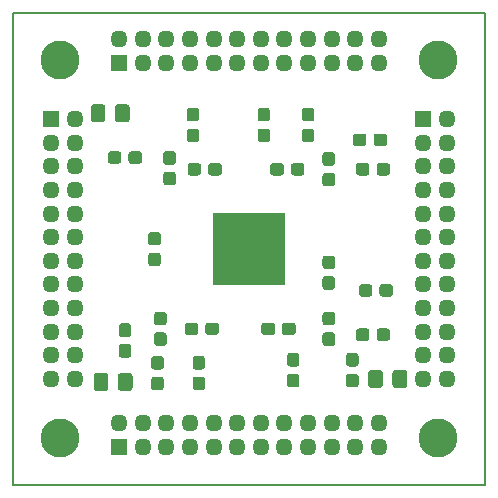
<source format=gbr>
%TF.GenerationSoftware,KiCad,Pcbnew,(5.0.0)*%
%TF.CreationDate,2020-04-09T18:14:40+01:00*%
%TF.ProjectId,HeikouBoxCore,4865696B6F75426F78436F72652E6B69,rev?*%
%TF.SameCoordinates,Original*%
%TF.FileFunction,Soldermask,Bot*%
%TF.FilePolarity,Negative*%
%FSLAX46Y46*%
G04 Gerber Fmt 4.6, Leading zero omitted, Abs format (unit mm)*
G04 Created by KiCad (PCBNEW (5.0.0)) date 04/09/20 18:14:40*
%MOMM*%
%LPD*%
G01*
G04 APERTURE LIST*
%ADD10C,0.150000*%
%ADD11C,3.300000*%
%ADD12O,1.450000X1.450000*%
%ADD13R,1.450000X1.450000*%
%ADD14C,1.050000*%
%ADD15R,6.100000X6.100000*%
%ADD16C,1.250000*%
G04 APERTURE END LIST*
D10*
X17000000Y-57000000D02*
X17000000Y-17000000D01*
X57000000Y-57000000D02*
X17000000Y-57000000D01*
X57000000Y-17000000D02*
X57000000Y-57000000D01*
X17000000Y-17000000D02*
X57000000Y-17000000D01*
D11*
X21000000Y-21000000D03*
X53000000Y-21000000D03*
X53000000Y-53000000D03*
X21000000Y-53000000D03*
D12*
X28000000Y-21250000D03*
X40000000Y-21250000D03*
X30000000Y-21250000D03*
X48000000Y-21250000D03*
X26000000Y-19250000D03*
D13*
X26000000Y-21250000D03*
D12*
X40000000Y-19250000D03*
X44000000Y-19250000D03*
X44000000Y-21250000D03*
X34000000Y-21250000D03*
X46000000Y-21250000D03*
X30000000Y-19250000D03*
X32000000Y-19250000D03*
X38000000Y-19250000D03*
X38000000Y-21250000D03*
X34000000Y-19250000D03*
X48000000Y-19250000D03*
X32000000Y-21250000D03*
X36000000Y-19250000D03*
X42000000Y-19250000D03*
X36000000Y-21250000D03*
X28000000Y-19250000D03*
X46000000Y-19250000D03*
X42000000Y-21250000D03*
X51750000Y-38000000D03*
X51750000Y-32000000D03*
X53750000Y-42000000D03*
X53750000Y-48000000D03*
X53750000Y-44000000D03*
X51750000Y-42000000D03*
X53750000Y-38000000D03*
X53750000Y-46000000D03*
X53750000Y-30000000D03*
X53750000Y-40000000D03*
X51750000Y-48000000D03*
X53750000Y-28000000D03*
X51750000Y-36000000D03*
D13*
X51750000Y-26000000D03*
D12*
X53750000Y-26000000D03*
X51750000Y-46000000D03*
X51750000Y-34000000D03*
X53750000Y-36000000D03*
X51750000Y-44000000D03*
X51750000Y-28000000D03*
X51750000Y-40000000D03*
X51750000Y-30000000D03*
X53750000Y-34000000D03*
X53750000Y-32000000D03*
X38000000Y-53750000D03*
X32000000Y-53750000D03*
X42000000Y-51750000D03*
X48000000Y-51750000D03*
X44000000Y-51750000D03*
X42000000Y-53750000D03*
X38000000Y-51750000D03*
X46000000Y-51750000D03*
X30000000Y-51750000D03*
X40000000Y-51750000D03*
X48000000Y-53750000D03*
X28000000Y-51750000D03*
X36000000Y-53750000D03*
D13*
X26000000Y-53750000D03*
D12*
X26000000Y-51750000D03*
X46000000Y-53750000D03*
X34000000Y-53750000D03*
X36000000Y-51750000D03*
X44000000Y-53750000D03*
X28000000Y-53750000D03*
X40000000Y-53750000D03*
X30000000Y-53750000D03*
X34000000Y-51750000D03*
X32000000Y-51750000D03*
X22250000Y-26000000D03*
X22250000Y-30000000D03*
X22250000Y-32000000D03*
X20250000Y-36000000D03*
X20250000Y-28000000D03*
D13*
X20250000Y-26000000D03*
D12*
X20250000Y-30000000D03*
X22250000Y-36000000D03*
X20250000Y-40000000D03*
X20250000Y-44000000D03*
X22250000Y-46000000D03*
X20250000Y-48000000D03*
X22250000Y-28000000D03*
X22250000Y-34000000D03*
X22250000Y-40000000D03*
X20250000Y-34000000D03*
X20250000Y-46000000D03*
X22250000Y-38000000D03*
X20250000Y-42000000D03*
X22250000Y-44000000D03*
X22250000Y-48000000D03*
X22250000Y-42000000D03*
X20250000Y-32000000D03*
X20250000Y-38000000D03*
D10*
G36*
X25963229Y-28726264D02*
X25988711Y-28730044D01*
X26013700Y-28736303D01*
X26037954Y-28744982D01*
X26061242Y-28755996D01*
X26083337Y-28769239D01*
X26104028Y-28784585D01*
X26123116Y-28801884D01*
X26140415Y-28820972D01*
X26155761Y-28841663D01*
X26169004Y-28863758D01*
X26180018Y-28887046D01*
X26188697Y-28911300D01*
X26194956Y-28936289D01*
X26198736Y-28961771D01*
X26200000Y-28987500D01*
X26200000Y-29512500D01*
X26198736Y-29538229D01*
X26194956Y-29563711D01*
X26188697Y-29588700D01*
X26180018Y-29612954D01*
X26169004Y-29636242D01*
X26155761Y-29658337D01*
X26140415Y-29679028D01*
X26123116Y-29698116D01*
X26104028Y-29715415D01*
X26083337Y-29730761D01*
X26061242Y-29744004D01*
X26037954Y-29755018D01*
X26013700Y-29763697D01*
X25988711Y-29769956D01*
X25963229Y-29773736D01*
X25937500Y-29775000D01*
X25312500Y-29775000D01*
X25286771Y-29773736D01*
X25261289Y-29769956D01*
X25236300Y-29763697D01*
X25212046Y-29755018D01*
X25188758Y-29744004D01*
X25166663Y-29730761D01*
X25145972Y-29715415D01*
X25126884Y-29698116D01*
X25109585Y-29679028D01*
X25094239Y-29658337D01*
X25080996Y-29636242D01*
X25069982Y-29612954D01*
X25061303Y-29588700D01*
X25055044Y-29563711D01*
X25051264Y-29538229D01*
X25050000Y-29512500D01*
X25050000Y-28987500D01*
X25051264Y-28961771D01*
X25055044Y-28936289D01*
X25061303Y-28911300D01*
X25069982Y-28887046D01*
X25080996Y-28863758D01*
X25094239Y-28841663D01*
X25109585Y-28820972D01*
X25126884Y-28801884D01*
X25145972Y-28784585D01*
X25166663Y-28769239D01*
X25188758Y-28755996D01*
X25212046Y-28744982D01*
X25236300Y-28736303D01*
X25261289Y-28730044D01*
X25286771Y-28726264D01*
X25312500Y-28725000D01*
X25937500Y-28725000D01*
X25963229Y-28726264D01*
X25963229Y-28726264D01*
G37*
D14*
X25625000Y-29250000D03*
D10*
G36*
X27713229Y-28726264D02*
X27738711Y-28730044D01*
X27763700Y-28736303D01*
X27787954Y-28744982D01*
X27811242Y-28755996D01*
X27833337Y-28769239D01*
X27854028Y-28784585D01*
X27873116Y-28801884D01*
X27890415Y-28820972D01*
X27905761Y-28841663D01*
X27919004Y-28863758D01*
X27930018Y-28887046D01*
X27938697Y-28911300D01*
X27944956Y-28936289D01*
X27948736Y-28961771D01*
X27950000Y-28987500D01*
X27950000Y-29512500D01*
X27948736Y-29538229D01*
X27944956Y-29563711D01*
X27938697Y-29588700D01*
X27930018Y-29612954D01*
X27919004Y-29636242D01*
X27905761Y-29658337D01*
X27890415Y-29679028D01*
X27873116Y-29698116D01*
X27854028Y-29715415D01*
X27833337Y-29730761D01*
X27811242Y-29744004D01*
X27787954Y-29755018D01*
X27763700Y-29763697D01*
X27738711Y-29769956D01*
X27713229Y-29773736D01*
X27687500Y-29775000D01*
X27062500Y-29775000D01*
X27036771Y-29773736D01*
X27011289Y-29769956D01*
X26986300Y-29763697D01*
X26962046Y-29755018D01*
X26938758Y-29744004D01*
X26916663Y-29730761D01*
X26895972Y-29715415D01*
X26876884Y-29698116D01*
X26859585Y-29679028D01*
X26844239Y-29658337D01*
X26830996Y-29636242D01*
X26819982Y-29612954D01*
X26811303Y-29588700D01*
X26805044Y-29563711D01*
X26801264Y-29538229D01*
X26800000Y-29512500D01*
X26800000Y-28987500D01*
X26801264Y-28961771D01*
X26805044Y-28936289D01*
X26811303Y-28911300D01*
X26819982Y-28887046D01*
X26830996Y-28863758D01*
X26844239Y-28841663D01*
X26859585Y-28820972D01*
X26876884Y-28801884D01*
X26895972Y-28784585D01*
X26916663Y-28769239D01*
X26938758Y-28755996D01*
X26962046Y-28744982D01*
X26986300Y-28736303D01*
X27011289Y-28730044D01*
X27036771Y-28726264D01*
X27062500Y-28725000D01*
X27687500Y-28725000D01*
X27713229Y-28726264D01*
X27713229Y-28726264D01*
G37*
D14*
X27375000Y-29250000D03*
D10*
G36*
X44038229Y-39301264D02*
X44063711Y-39305044D01*
X44088700Y-39311303D01*
X44112954Y-39319982D01*
X44136242Y-39330996D01*
X44158337Y-39344239D01*
X44179028Y-39359585D01*
X44198116Y-39376884D01*
X44215415Y-39395972D01*
X44230761Y-39416663D01*
X44244004Y-39438758D01*
X44255018Y-39462046D01*
X44263697Y-39486300D01*
X44269956Y-39511289D01*
X44273736Y-39536771D01*
X44275000Y-39562500D01*
X44275000Y-40187500D01*
X44273736Y-40213229D01*
X44269956Y-40238711D01*
X44263697Y-40263700D01*
X44255018Y-40287954D01*
X44244004Y-40311242D01*
X44230761Y-40333337D01*
X44215415Y-40354028D01*
X44198116Y-40373116D01*
X44179028Y-40390415D01*
X44158337Y-40405761D01*
X44136242Y-40419004D01*
X44112954Y-40430018D01*
X44088700Y-40438697D01*
X44063711Y-40444956D01*
X44038229Y-40448736D01*
X44012500Y-40450000D01*
X43487500Y-40450000D01*
X43461771Y-40448736D01*
X43436289Y-40444956D01*
X43411300Y-40438697D01*
X43387046Y-40430018D01*
X43363758Y-40419004D01*
X43341663Y-40405761D01*
X43320972Y-40390415D01*
X43301884Y-40373116D01*
X43284585Y-40354028D01*
X43269239Y-40333337D01*
X43255996Y-40311242D01*
X43244982Y-40287954D01*
X43236303Y-40263700D01*
X43230044Y-40238711D01*
X43226264Y-40213229D01*
X43225000Y-40187500D01*
X43225000Y-39562500D01*
X43226264Y-39536771D01*
X43230044Y-39511289D01*
X43236303Y-39486300D01*
X43244982Y-39462046D01*
X43255996Y-39438758D01*
X43269239Y-39416663D01*
X43284585Y-39395972D01*
X43301884Y-39376884D01*
X43320972Y-39359585D01*
X43341663Y-39344239D01*
X43363758Y-39330996D01*
X43387046Y-39319982D01*
X43411300Y-39311303D01*
X43436289Y-39305044D01*
X43461771Y-39301264D01*
X43487500Y-39300000D01*
X44012500Y-39300000D01*
X44038229Y-39301264D01*
X44038229Y-39301264D01*
G37*
D14*
X43750000Y-39875000D03*
D10*
G36*
X44038229Y-37551264D02*
X44063711Y-37555044D01*
X44088700Y-37561303D01*
X44112954Y-37569982D01*
X44136242Y-37580996D01*
X44158337Y-37594239D01*
X44179028Y-37609585D01*
X44198116Y-37626884D01*
X44215415Y-37645972D01*
X44230761Y-37666663D01*
X44244004Y-37688758D01*
X44255018Y-37712046D01*
X44263697Y-37736300D01*
X44269956Y-37761289D01*
X44273736Y-37786771D01*
X44275000Y-37812500D01*
X44275000Y-38437500D01*
X44273736Y-38463229D01*
X44269956Y-38488711D01*
X44263697Y-38513700D01*
X44255018Y-38537954D01*
X44244004Y-38561242D01*
X44230761Y-38583337D01*
X44215415Y-38604028D01*
X44198116Y-38623116D01*
X44179028Y-38640415D01*
X44158337Y-38655761D01*
X44136242Y-38669004D01*
X44112954Y-38680018D01*
X44088700Y-38688697D01*
X44063711Y-38694956D01*
X44038229Y-38698736D01*
X44012500Y-38700000D01*
X43487500Y-38700000D01*
X43461771Y-38698736D01*
X43436289Y-38694956D01*
X43411300Y-38688697D01*
X43387046Y-38680018D01*
X43363758Y-38669004D01*
X43341663Y-38655761D01*
X43320972Y-38640415D01*
X43301884Y-38623116D01*
X43284585Y-38604028D01*
X43269239Y-38583337D01*
X43255996Y-38561242D01*
X43244982Y-38537954D01*
X43236303Y-38513700D01*
X43230044Y-38488711D01*
X43226264Y-38463229D01*
X43225000Y-38437500D01*
X43225000Y-37812500D01*
X43226264Y-37786771D01*
X43230044Y-37761289D01*
X43236303Y-37736300D01*
X43244982Y-37712046D01*
X43255996Y-37688758D01*
X43269239Y-37666663D01*
X43284585Y-37645972D01*
X43301884Y-37626884D01*
X43320972Y-37609585D01*
X43341663Y-37594239D01*
X43363758Y-37580996D01*
X43387046Y-37569982D01*
X43411300Y-37561303D01*
X43436289Y-37555044D01*
X43461771Y-37551264D01*
X43487500Y-37550000D01*
X44012500Y-37550000D01*
X44038229Y-37551264D01*
X44038229Y-37551264D01*
G37*
D14*
X43750000Y-38125000D03*
D10*
G36*
X34463229Y-29726264D02*
X34488711Y-29730044D01*
X34513700Y-29736303D01*
X34537954Y-29744982D01*
X34561242Y-29755996D01*
X34583337Y-29769239D01*
X34604028Y-29784585D01*
X34623116Y-29801884D01*
X34640415Y-29820972D01*
X34655761Y-29841663D01*
X34669004Y-29863758D01*
X34680018Y-29887046D01*
X34688697Y-29911300D01*
X34694956Y-29936289D01*
X34698736Y-29961771D01*
X34700000Y-29987500D01*
X34700000Y-30512500D01*
X34698736Y-30538229D01*
X34694956Y-30563711D01*
X34688697Y-30588700D01*
X34680018Y-30612954D01*
X34669004Y-30636242D01*
X34655761Y-30658337D01*
X34640415Y-30679028D01*
X34623116Y-30698116D01*
X34604028Y-30715415D01*
X34583337Y-30730761D01*
X34561242Y-30744004D01*
X34537954Y-30755018D01*
X34513700Y-30763697D01*
X34488711Y-30769956D01*
X34463229Y-30773736D01*
X34437500Y-30775000D01*
X33812500Y-30775000D01*
X33786771Y-30773736D01*
X33761289Y-30769956D01*
X33736300Y-30763697D01*
X33712046Y-30755018D01*
X33688758Y-30744004D01*
X33666663Y-30730761D01*
X33645972Y-30715415D01*
X33626884Y-30698116D01*
X33609585Y-30679028D01*
X33594239Y-30658337D01*
X33580996Y-30636242D01*
X33569982Y-30612954D01*
X33561303Y-30588700D01*
X33555044Y-30563711D01*
X33551264Y-30538229D01*
X33550000Y-30512500D01*
X33550000Y-29987500D01*
X33551264Y-29961771D01*
X33555044Y-29936289D01*
X33561303Y-29911300D01*
X33569982Y-29887046D01*
X33580996Y-29863758D01*
X33594239Y-29841663D01*
X33609585Y-29820972D01*
X33626884Y-29801884D01*
X33645972Y-29784585D01*
X33666663Y-29769239D01*
X33688758Y-29755996D01*
X33712046Y-29744982D01*
X33736300Y-29736303D01*
X33761289Y-29730044D01*
X33786771Y-29726264D01*
X33812500Y-29725000D01*
X34437500Y-29725000D01*
X34463229Y-29726264D01*
X34463229Y-29726264D01*
G37*
D14*
X34125000Y-30250000D03*
D10*
G36*
X32713229Y-29726264D02*
X32738711Y-29730044D01*
X32763700Y-29736303D01*
X32787954Y-29744982D01*
X32811242Y-29755996D01*
X32833337Y-29769239D01*
X32854028Y-29784585D01*
X32873116Y-29801884D01*
X32890415Y-29820972D01*
X32905761Y-29841663D01*
X32919004Y-29863758D01*
X32930018Y-29887046D01*
X32938697Y-29911300D01*
X32944956Y-29936289D01*
X32948736Y-29961771D01*
X32950000Y-29987500D01*
X32950000Y-30512500D01*
X32948736Y-30538229D01*
X32944956Y-30563711D01*
X32938697Y-30588700D01*
X32930018Y-30612954D01*
X32919004Y-30636242D01*
X32905761Y-30658337D01*
X32890415Y-30679028D01*
X32873116Y-30698116D01*
X32854028Y-30715415D01*
X32833337Y-30730761D01*
X32811242Y-30744004D01*
X32787954Y-30755018D01*
X32763700Y-30763697D01*
X32738711Y-30769956D01*
X32713229Y-30773736D01*
X32687500Y-30775000D01*
X32062500Y-30775000D01*
X32036771Y-30773736D01*
X32011289Y-30769956D01*
X31986300Y-30763697D01*
X31962046Y-30755018D01*
X31938758Y-30744004D01*
X31916663Y-30730761D01*
X31895972Y-30715415D01*
X31876884Y-30698116D01*
X31859585Y-30679028D01*
X31844239Y-30658337D01*
X31830996Y-30636242D01*
X31819982Y-30612954D01*
X31811303Y-30588700D01*
X31805044Y-30563711D01*
X31801264Y-30538229D01*
X31800000Y-30512500D01*
X31800000Y-29987500D01*
X31801264Y-29961771D01*
X31805044Y-29936289D01*
X31811303Y-29911300D01*
X31819982Y-29887046D01*
X31830996Y-29863758D01*
X31844239Y-29841663D01*
X31859585Y-29820972D01*
X31876884Y-29801884D01*
X31895972Y-29784585D01*
X31916663Y-29769239D01*
X31938758Y-29755996D01*
X31962046Y-29744982D01*
X31986300Y-29736303D01*
X32011289Y-29730044D01*
X32036771Y-29726264D01*
X32062500Y-29725000D01*
X32687500Y-29725000D01*
X32713229Y-29726264D01*
X32713229Y-29726264D01*
G37*
D14*
X32375000Y-30250000D03*
D10*
G36*
X39713229Y-29726264D02*
X39738711Y-29730044D01*
X39763700Y-29736303D01*
X39787954Y-29744982D01*
X39811242Y-29755996D01*
X39833337Y-29769239D01*
X39854028Y-29784585D01*
X39873116Y-29801884D01*
X39890415Y-29820972D01*
X39905761Y-29841663D01*
X39919004Y-29863758D01*
X39930018Y-29887046D01*
X39938697Y-29911300D01*
X39944956Y-29936289D01*
X39948736Y-29961771D01*
X39950000Y-29987500D01*
X39950000Y-30512500D01*
X39948736Y-30538229D01*
X39944956Y-30563711D01*
X39938697Y-30588700D01*
X39930018Y-30612954D01*
X39919004Y-30636242D01*
X39905761Y-30658337D01*
X39890415Y-30679028D01*
X39873116Y-30698116D01*
X39854028Y-30715415D01*
X39833337Y-30730761D01*
X39811242Y-30744004D01*
X39787954Y-30755018D01*
X39763700Y-30763697D01*
X39738711Y-30769956D01*
X39713229Y-30773736D01*
X39687500Y-30775000D01*
X39062500Y-30775000D01*
X39036771Y-30773736D01*
X39011289Y-30769956D01*
X38986300Y-30763697D01*
X38962046Y-30755018D01*
X38938758Y-30744004D01*
X38916663Y-30730761D01*
X38895972Y-30715415D01*
X38876884Y-30698116D01*
X38859585Y-30679028D01*
X38844239Y-30658337D01*
X38830996Y-30636242D01*
X38819982Y-30612954D01*
X38811303Y-30588700D01*
X38805044Y-30563711D01*
X38801264Y-30538229D01*
X38800000Y-30512500D01*
X38800000Y-29987500D01*
X38801264Y-29961771D01*
X38805044Y-29936289D01*
X38811303Y-29911300D01*
X38819982Y-29887046D01*
X38830996Y-29863758D01*
X38844239Y-29841663D01*
X38859585Y-29820972D01*
X38876884Y-29801884D01*
X38895972Y-29784585D01*
X38916663Y-29769239D01*
X38938758Y-29755996D01*
X38962046Y-29744982D01*
X38986300Y-29736303D01*
X39011289Y-29730044D01*
X39036771Y-29726264D01*
X39062500Y-29725000D01*
X39687500Y-29725000D01*
X39713229Y-29726264D01*
X39713229Y-29726264D01*
G37*
D14*
X39375000Y-30250000D03*
D10*
G36*
X41463229Y-29726264D02*
X41488711Y-29730044D01*
X41513700Y-29736303D01*
X41537954Y-29744982D01*
X41561242Y-29755996D01*
X41583337Y-29769239D01*
X41604028Y-29784585D01*
X41623116Y-29801884D01*
X41640415Y-29820972D01*
X41655761Y-29841663D01*
X41669004Y-29863758D01*
X41680018Y-29887046D01*
X41688697Y-29911300D01*
X41694956Y-29936289D01*
X41698736Y-29961771D01*
X41700000Y-29987500D01*
X41700000Y-30512500D01*
X41698736Y-30538229D01*
X41694956Y-30563711D01*
X41688697Y-30588700D01*
X41680018Y-30612954D01*
X41669004Y-30636242D01*
X41655761Y-30658337D01*
X41640415Y-30679028D01*
X41623116Y-30698116D01*
X41604028Y-30715415D01*
X41583337Y-30730761D01*
X41561242Y-30744004D01*
X41537954Y-30755018D01*
X41513700Y-30763697D01*
X41488711Y-30769956D01*
X41463229Y-30773736D01*
X41437500Y-30775000D01*
X40812500Y-30775000D01*
X40786771Y-30773736D01*
X40761289Y-30769956D01*
X40736300Y-30763697D01*
X40712046Y-30755018D01*
X40688758Y-30744004D01*
X40666663Y-30730761D01*
X40645972Y-30715415D01*
X40626884Y-30698116D01*
X40609585Y-30679028D01*
X40594239Y-30658337D01*
X40580996Y-30636242D01*
X40569982Y-30612954D01*
X40561303Y-30588700D01*
X40555044Y-30563711D01*
X40551264Y-30538229D01*
X40550000Y-30512500D01*
X40550000Y-29987500D01*
X40551264Y-29961771D01*
X40555044Y-29936289D01*
X40561303Y-29911300D01*
X40569982Y-29887046D01*
X40580996Y-29863758D01*
X40594239Y-29841663D01*
X40609585Y-29820972D01*
X40626884Y-29801884D01*
X40645972Y-29784585D01*
X40666663Y-29769239D01*
X40688758Y-29755996D01*
X40712046Y-29744982D01*
X40736300Y-29736303D01*
X40761289Y-29730044D01*
X40786771Y-29726264D01*
X40812500Y-29725000D01*
X41437500Y-29725000D01*
X41463229Y-29726264D01*
X41463229Y-29726264D01*
G37*
D14*
X41125000Y-30250000D03*
D10*
G36*
X48463229Y-27226264D02*
X48488711Y-27230044D01*
X48513700Y-27236303D01*
X48537954Y-27244982D01*
X48561242Y-27255996D01*
X48583337Y-27269239D01*
X48604028Y-27284585D01*
X48623116Y-27301884D01*
X48640415Y-27320972D01*
X48655761Y-27341663D01*
X48669004Y-27363758D01*
X48680018Y-27387046D01*
X48688697Y-27411300D01*
X48694956Y-27436289D01*
X48698736Y-27461771D01*
X48700000Y-27487500D01*
X48700000Y-28012500D01*
X48698736Y-28038229D01*
X48694956Y-28063711D01*
X48688697Y-28088700D01*
X48680018Y-28112954D01*
X48669004Y-28136242D01*
X48655761Y-28158337D01*
X48640415Y-28179028D01*
X48623116Y-28198116D01*
X48604028Y-28215415D01*
X48583337Y-28230761D01*
X48561242Y-28244004D01*
X48537954Y-28255018D01*
X48513700Y-28263697D01*
X48488711Y-28269956D01*
X48463229Y-28273736D01*
X48437500Y-28275000D01*
X47812500Y-28275000D01*
X47786771Y-28273736D01*
X47761289Y-28269956D01*
X47736300Y-28263697D01*
X47712046Y-28255018D01*
X47688758Y-28244004D01*
X47666663Y-28230761D01*
X47645972Y-28215415D01*
X47626884Y-28198116D01*
X47609585Y-28179028D01*
X47594239Y-28158337D01*
X47580996Y-28136242D01*
X47569982Y-28112954D01*
X47561303Y-28088700D01*
X47555044Y-28063711D01*
X47551264Y-28038229D01*
X47550000Y-28012500D01*
X47550000Y-27487500D01*
X47551264Y-27461771D01*
X47555044Y-27436289D01*
X47561303Y-27411300D01*
X47569982Y-27387046D01*
X47580996Y-27363758D01*
X47594239Y-27341663D01*
X47609585Y-27320972D01*
X47626884Y-27301884D01*
X47645972Y-27284585D01*
X47666663Y-27269239D01*
X47688758Y-27255996D01*
X47712046Y-27244982D01*
X47736300Y-27236303D01*
X47761289Y-27230044D01*
X47786771Y-27226264D01*
X47812500Y-27225000D01*
X48437500Y-27225000D01*
X48463229Y-27226264D01*
X48463229Y-27226264D01*
G37*
D14*
X48125000Y-27750000D03*
D10*
G36*
X46713229Y-27226264D02*
X46738711Y-27230044D01*
X46763700Y-27236303D01*
X46787954Y-27244982D01*
X46811242Y-27255996D01*
X46833337Y-27269239D01*
X46854028Y-27284585D01*
X46873116Y-27301884D01*
X46890415Y-27320972D01*
X46905761Y-27341663D01*
X46919004Y-27363758D01*
X46930018Y-27387046D01*
X46938697Y-27411300D01*
X46944956Y-27436289D01*
X46948736Y-27461771D01*
X46950000Y-27487500D01*
X46950000Y-28012500D01*
X46948736Y-28038229D01*
X46944956Y-28063711D01*
X46938697Y-28088700D01*
X46930018Y-28112954D01*
X46919004Y-28136242D01*
X46905761Y-28158337D01*
X46890415Y-28179028D01*
X46873116Y-28198116D01*
X46854028Y-28215415D01*
X46833337Y-28230761D01*
X46811242Y-28244004D01*
X46787954Y-28255018D01*
X46763700Y-28263697D01*
X46738711Y-28269956D01*
X46713229Y-28273736D01*
X46687500Y-28275000D01*
X46062500Y-28275000D01*
X46036771Y-28273736D01*
X46011289Y-28269956D01*
X45986300Y-28263697D01*
X45962046Y-28255018D01*
X45938758Y-28244004D01*
X45916663Y-28230761D01*
X45895972Y-28215415D01*
X45876884Y-28198116D01*
X45859585Y-28179028D01*
X45844239Y-28158337D01*
X45830996Y-28136242D01*
X45819982Y-28112954D01*
X45811303Y-28088700D01*
X45805044Y-28063711D01*
X45801264Y-28038229D01*
X45800000Y-28012500D01*
X45800000Y-27487500D01*
X45801264Y-27461771D01*
X45805044Y-27436289D01*
X45811303Y-27411300D01*
X45819982Y-27387046D01*
X45830996Y-27363758D01*
X45844239Y-27341663D01*
X45859585Y-27320972D01*
X45876884Y-27301884D01*
X45895972Y-27284585D01*
X45916663Y-27269239D01*
X45938758Y-27255996D01*
X45962046Y-27244982D01*
X45986300Y-27236303D01*
X46011289Y-27230044D01*
X46036771Y-27226264D01*
X46062500Y-27225000D01*
X46687500Y-27225000D01*
X46713229Y-27226264D01*
X46713229Y-27226264D01*
G37*
D14*
X46375000Y-27750000D03*
D10*
G36*
X38963229Y-43226264D02*
X38988711Y-43230044D01*
X39013700Y-43236303D01*
X39037954Y-43244982D01*
X39061242Y-43255996D01*
X39083337Y-43269239D01*
X39104028Y-43284585D01*
X39123116Y-43301884D01*
X39140415Y-43320972D01*
X39155761Y-43341663D01*
X39169004Y-43363758D01*
X39180018Y-43387046D01*
X39188697Y-43411300D01*
X39194956Y-43436289D01*
X39198736Y-43461771D01*
X39200000Y-43487500D01*
X39200000Y-44012500D01*
X39198736Y-44038229D01*
X39194956Y-44063711D01*
X39188697Y-44088700D01*
X39180018Y-44112954D01*
X39169004Y-44136242D01*
X39155761Y-44158337D01*
X39140415Y-44179028D01*
X39123116Y-44198116D01*
X39104028Y-44215415D01*
X39083337Y-44230761D01*
X39061242Y-44244004D01*
X39037954Y-44255018D01*
X39013700Y-44263697D01*
X38988711Y-44269956D01*
X38963229Y-44273736D01*
X38937500Y-44275000D01*
X38312500Y-44275000D01*
X38286771Y-44273736D01*
X38261289Y-44269956D01*
X38236300Y-44263697D01*
X38212046Y-44255018D01*
X38188758Y-44244004D01*
X38166663Y-44230761D01*
X38145972Y-44215415D01*
X38126884Y-44198116D01*
X38109585Y-44179028D01*
X38094239Y-44158337D01*
X38080996Y-44136242D01*
X38069982Y-44112954D01*
X38061303Y-44088700D01*
X38055044Y-44063711D01*
X38051264Y-44038229D01*
X38050000Y-44012500D01*
X38050000Y-43487500D01*
X38051264Y-43461771D01*
X38055044Y-43436289D01*
X38061303Y-43411300D01*
X38069982Y-43387046D01*
X38080996Y-43363758D01*
X38094239Y-43341663D01*
X38109585Y-43320972D01*
X38126884Y-43301884D01*
X38145972Y-43284585D01*
X38166663Y-43269239D01*
X38188758Y-43255996D01*
X38212046Y-43244982D01*
X38236300Y-43236303D01*
X38261289Y-43230044D01*
X38286771Y-43226264D01*
X38312500Y-43225000D01*
X38937500Y-43225000D01*
X38963229Y-43226264D01*
X38963229Y-43226264D01*
G37*
D14*
X38625000Y-43750000D03*
D10*
G36*
X40713229Y-43226264D02*
X40738711Y-43230044D01*
X40763700Y-43236303D01*
X40787954Y-43244982D01*
X40811242Y-43255996D01*
X40833337Y-43269239D01*
X40854028Y-43284585D01*
X40873116Y-43301884D01*
X40890415Y-43320972D01*
X40905761Y-43341663D01*
X40919004Y-43363758D01*
X40930018Y-43387046D01*
X40938697Y-43411300D01*
X40944956Y-43436289D01*
X40948736Y-43461771D01*
X40950000Y-43487500D01*
X40950000Y-44012500D01*
X40948736Y-44038229D01*
X40944956Y-44063711D01*
X40938697Y-44088700D01*
X40930018Y-44112954D01*
X40919004Y-44136242D01*
X40905761Y-44158337D01*
X40890415Y-44179028D01*
X40873116Y-44198116D01*
X40854028Y-44215415D01*
X40833337Y-44230761D01*
X40811242Y-44244004D01*
X40787954Y-44255018D01*
X40763700Y-44263697D01*
X40738711Y-44269956D01*
X40713229Y-44273736D01*
X40687500Y-44275000D01*
X40062500Y-44275000D01*
X40036771Y-44273736D01*
X40011289Y-44269956D01*
X39986300Y-44263697D01*
X39962046Y-44255018D01*
X39938758Y-44244004D01*
X39916663Y-44230761D01*
X39895972Y-44215415D01*
X39876884Y-44198116D01*
X39859585Y-44179028D01*
X39844239Y-44158337D01*
X39830996Y-44136242D01*
X39819982Y-44112954D01*
X39811303Y-44088700D01*
X39805044Y-44063711D01*
X39801264Y-44038229D01*
X39800000Y-44012500D01*
X39800000Y-43487500D01*
X39801264Y-43461771D01*
X39805044Y-43436289D01*
X39811303Y-43411300D01*
X39819982Y-43387046D01*
X39830996Y-43363758D01*
X39844239Y-43341663D01*
X39859585Y-43320972D01*
X39876884Y-43301884D01*
X39895972Y-43284585D01*
X39916663Y-43269239D01*
X39938758Y-43255996D01*
X39962046Y-43244982D01*
X39986300Y-43236303D01*
X40011289Y-43230044D01*
X40036771Y-43226264D01*
X40062500Y-43225000D01*
X40687500Y-43225000D01*
X40713229Y-43226264D01*
X40713229Y-43226264D01*
G37*
D14*
X40375000Y-43750000D03*
D10*
G36*
X32463229Y-43226264D02*
X32488711Y-43230044D01*
X32513700Y-43236303D01*
X32537954Y-43244982D01*
X32561242Y-43255996D01*
X32583337Y-43269239D01*
X32604028Y-43284585D01*
X32623116Y-43301884D01*
X32640415Y-43320972D01*
X32655761Y-43341663D01*
X32669004Y-43363758D01*
X32680018Y-43387046D01*
X32688697Y-43411300D01*
X32694956Y-43436289D01*
X32698736Y-43461771D01*
X32700000Y-43487500D01*
X32700000Y-44012500D01*
X32698736Y-44038229D01*
X32694956Y-44063711D01*
X32688697Y-44088700D01*
X32680018Y-44112954D01*
X32669004Y-44136242D01*
X32655761Y-44158337D01*
X32640415Y-44179028D01*
X32623116Y-44198116D01*
X32604028Y-44215415D01*
X32583337Y-44230761D01*
X32561242Y-44244004D01*
X32537954Y-44255018D01*
X32513700Y-44263697D01*
X32488711Y-44269956D01*
X32463229Y-44273736D01*
X32437500Y-44275000D01*
X31812500Y-44275000D01*
X31786771Y-44273736D01*
X31761289Y-44269956D01*
X31736300Y-44263697D01*
X31712046Y-44255018D01*
X31688758Y-44244004D01*
X31666663Y-44230761D01*
X31645972Y-44215415D01*
X31626884Y-44198116D01*
X31609585Y-44179028D01*
X31594239Y-44158337D01*
X31580996Y-44136242D01*
X31569982Y-44112954D01*
X31561303Y-44088700D01*
X31555044Y-44063711D01*
X31551264Y-44038229D01*
X31550000Y-44012500D01*
X31550000Y-43487500D01*
X31551264Y-43461771D01*
X31555044Y-43436289D01*
X31561303Y-43411300D01*
X31569982Y-43387046D01*
X31580996Y-43363758D01*
X31594239Y-43341663D01*
X31609585Y-43320972D01*
X31626884Y-43301884D01*
X31645972Y-43284585D01*
X31666663Y-43269239D01*
X31688758Y-43255996D01*
X31712046Y-43244982D01*
X31736300Y-43236303D01*
X31761289Y-43230044D01*
X31786771Y-43226264D01*
X31812500Y-43225000D01*
X32437500Y-43225000D01*
X32463229Y-43226264D01*
X32463229Y-43226264D01*
G37*
D14*
X32125000Y-43750000D03*
D10*
G36*
X34213229Y-43226264D02*
X34238711Y-43230044D01*
X34263700Y-43236303D01*
X34287954Y-43244982D01*
X34311242Y-43255996D01*
X34333337Y-43269239D01*
X34354028Y-43284585D01*
X34373116Y-43301884D01*
X34390415Y-43320972D01*
X34405761Y-43341663D01*
X34419004Y-43363758D01*
X34430018Y-43387046D01*
X34438697Y-43411300D01*
X34444956Y-43436289D01*
X34448736Y-43461771D01*
X34450000Y-43487500D01*
X34450000Y-44012500D01*
X34448736Y-44038229D01*
X34444956Y-44063711D01*
X34438697Y-44088700D01*
X34430018Y-44112954D01*
X34419004Y-44136242D01*
X34405761Y-44158337D01*
X34390415Y-44179028D01*
X34373116Y-44198116D01*
X34354028Y-44215415D01*
X34333337Y-44230761D01*
X34311242Y-44244004D01*
X34287954Y-44255018D01*
X34263700Y-44263697D01*
X34238711Y-44269956D01*
X34213229Y-44273736D01*
X34187500Y-44275000D01*
X33562500Y-44275000D01*
X33536771Y-44273736D01*
X33511289Y-44269956D01*
X33486300Y-44263697D01*
X33462046Y-44255018D01*
X33438758Y-44244004D01*
X33416663Y-44230761D01*
X33395972Y-44215415D01*
X33376884Y-44198116D01*
X33359585Y-44179028D01*
X33344239Y-44158337D01*
X33330996Y-44136242D01*
X33319982Y-44112954D01*
X33311303Y-44088700D01*
X33305044Y-44063711D01*
X33301264Y-44038229D01*
X33300000Y-44012500D01*
X33300000Y-43487500D01*
X33301264Y-43461771D01*
X33305044Y-43436289D01*
X33311303Y-43411300D01*
X33319982Y-43387046D01*
X33330996Y-43363758D01*
X33344239Y-43341663D01*
X33359585Y-43320972D01*
X33376884Y-43301884D01*
X33395972Y-43284585D01*
X33416663Y-43269239D01*
X33438758Y-43255996D01*
X33462046Y-43244982D01*
X33486300Y-43236303D01*
X33511289Y-43230044D01*
X33536771Y-43226264D01*
X33562500Y-43225000D01*
X34187500Y-43225000D01*
X34213229Y-43226264D01*
X34213229Y-43226264D01*
G37*
D14*
X33875000Y-43750000D03*
D10*
G36*
X29288229Y-35551264D02*
X29313711Y-35555044D01*
X29338700Y-35561303D01*
X29362954Y-35569982D01*
X29386242Y-35580996D01*
X29408337Y-35594239D01*
X29429028Y-35609585D01*
X29448116Y-35626884D01*
X29465415Y-35645972D01*
X29480761Y-35666663D01*
X29494004Y-35688758D01*
X29505018Y-35712046D01*
X29513697Y-35736300D01*
X29519956Y-35761289D01*
X29523736Y-35786771D01*
X29525000Y-35812500D01*
X29525000Y-36437500D01*
X29523736Y-36463229D01*
X29519956Y-36488711D01*
X29513697Y-36513700D01*
X29505018Y-36537954D01*
X29494004Y-36561242D01*
X29480761Y-36583337D01*
X29465415Y-36604028D01*
X29448116Y-36623116D01*
X29429028Y-36640415D01*
X29408337Y-36655761D01*
X29386242Y-36669004D01*
X29362954Y-36680018D01*
X29338700Y-36688697D01*
X29313711Y-36694956D01*
X29288229Y-36698736D01*
X29262500Y-36700000D01*
X28737500Y-36700000D01*
X28711771Y-36698736D01*
X28686289Y-36694956D01*
X28661300Y-36688697D01*
X28637046Y-36680018D01*
X28613758Y-36669004D01*
X28591663Y-36655761D01*
X28570972Y-36640415D01*
X28551884Y-36623116D01*
X28534585Y-36604028D01*
X28519239Y-36583337D01*
X28505996Y-36561242D01*
X28494982Y-36537954D01*
X28486303Y-36513700D01*
X28480044Y-36488711D01*
X28476264Y-36463229D01*
X28475000Y-36437500D01*
X28475000Y-35812500D01*
X28476264Y-35786771D01*
X28480044Y-35761289D01*
X28486303Y-35736300D01*
X28494982Y-35712046D01*
X28505996Y-35688758D01*
X28519239Y-35666663D01*
X28534585Y-35645972D01*
X28551884Y-35626884D01*
X28570972Y-35609585D01*
X28591663Y-35594239D01*
X28613758Y-35580996D01*
X28637046Y-35569982D01*
X28661300Y-35561303D01*
X28686289Y-35555044D01*
X28711771Y-35551264D01*
X28737500Y-35550000D01*
X29262500Y-35550000D01*
X29288229Y-35551264D01*
X29288229Y-35551264D01*
G37*
D14*
X29000000Y-36125000D03*
D10*
G36*
X29288229Y-37301264D02*
X29313711Y-37305044D01*
X29338700Y-37311303D01*
X29362954Y-37319982D01*
X29386242Y-37330996D01*
X29408337Y-37344239D01*
X29429028Y-37359585D01*
X29448116Y-37376884D01*
X29465415Y-37395972D01*
X29480761Y-37416663D01*
X29494004Y-37438758D01*
X29505018Y-37462046D01*
X29513697Y-37486300D01*
X29519956Y-37511289D01*
X29523736Y-37536771D01*
X29525000Y-37562500D01*
X29525000Y-38187500D01*
X29523736Y-38213229D01*
X29519956Y-38238711D01*
X29513697Y-38263700D01*
X29505018Y-38287954D01*
X29494004Y-38311242D01*
X29480761Y-38333337D01*
X29465415Y-38354028D01*
X29448116Y-38373116D01*
X29429028Y-38390415D01*
X29408337Y-38405761D01*
X29386242Y-38419004D01*
X29362954Y-38430018D01*
X29338700Y-38438697D01*
X29313711Y-38444956D01*
X29288229Y-38448736D01*
X29262500Y-38450000D01*
X28737500Y-38450000D01*
X28711771Y-38448736D01*
X28686289Y-38444956D01*
X28661300Y-38438697D01*
X28637046Y-38430018D01*
X28613758Y-38419004D01*
X28591663Y-38405761D01*
X28570972Y-38390415D01*
X28551884Y-38373116D01*
X28534585Y-38354028D01*
X28519239Y-38333337D01*
X28505996Y-38311242D01*
X28494982Y-38287954D01*
X28486303Y-38263700D01*
X28480044Y-38238711D01*
X28476264Y-38213229D01*
X28475000Y-38187500D01*
X28475000Y-37562500D01*
X28476264Y-37536771D01*
X28480044Y-37511289D01*
X28486303Y-37486300D01*
X28494982Y-37462046D01*
X28505996Y-37438758D01*
X28519239Y-37416663D01*
X28534585Y-37395972D01*
X28551884Y-37376884D01*
X28570972Y-37359585D01*
X28591663Y-37344239D01*
X28613758Y-37330996D01*
X28637046Y-37319982D01*
X28661300Y-37311303D01*
X28686289Y-37305044D01*
X28711771Y-37301264D01*
X28737500Y-37300000D01*
X29262500Y-37300000D01*
X29288229Y-37301264D01*
X29288229Y-37301264D01*
G37*
D14*
X29000000Y-37875000D03*
D10*
G36*
X32538229Y-25051264D02*
X32563711Y-25055044D01*
X32588700Y-25061303D01*
X32612954Y-25069982D01*
X32636242Y-25080996D01*
X32658337Y-25094239D01*
X32679028Y-25109585D01*
X32698116Y-25126884D01*
X32715415Y-25145972D01*
X32730761Y-25166663D01*
X32744004Y-25188758D01*
X32755018Y-25212046D01*
X32763697Y-25236300D01*
X32769956Y-25261289D01*
X32773736Y-25286771D01*
X32775000Y-25312500D01*
X32775000Y-25937500D01*
X32773736Y-25963229D01*
X32769956Y-25988711D01*
X32763697Y-26013700D01*
X32755018Y-26037954D01*
X32744004Y-26061242D01*
X32730761Y-26083337D01*
X32715415Y-26104028D01*
X32698116Y-26123116D01*
X32679028Y-26140415D01*
X32658337Y-26155761D01*
X32636242Y-26169004D01*
X32612954Y-26180018D01*
X32588700Y-26188697D01*
X32563711Y-26194956D01*
X32538229Y-26198736D01*
X32512500Y-26200000D01*
X31987500Y-26200000D01*
X31961771Y-26198736D01*
X31936289Y-26194956D01*
X31911300Y-26188697D01*
X31887046Y-26180018D01*
X31863758Y-26169004D01*
X31841663Y-26155761D01*
X31820972Y-26140415D01*
X31801884Y-26123116D01*
X31784585Y-26104028D01*
X31769239Y-26083337D01*
X31755996Y-26061242D01*
X31744982Y-26037954D01*
X31736303Y-26013700D01*
X31730044Y-25988711D01*
X31726264Y-25963229D01*
X31725000Y-25937500D01*
X31725000Y-25312500D01*
X31726264Y-25286771D01*
X31730044Y-25261289D01*
X31736303Y-25236300D01*
X31744982Y-25212046D01*
X31755996Y-25188758D01*
X31769239Y-25166663D01*
X31784585Y-25145972D01*
X31801884Y-25126884D01*
X31820972Y-25109585D01*
X31841663Y-25094239D01*
X31863758Y-25080996D01*
X31887046Y-25069982D01*
X31911300Y-25061303D01*
X31936289Y-25055044D01*
X31961771Y-25051264D01*
X31987500Y-25050000D01*
X32512500Y-25050000D01*
X32538229Y-25051264D01*
X32538229Y-25051264D01*
G37*
D14*
X32250000Y-25625000D03*
D10*
G36*
X32538229Y-26801264D02*
X32563711Y-26805044D01*
X32588700Y-26811303D01*
X32612954Y-26819982D01*
X32636242Y-26830996D01*
X32658337Y-26844239D01*
X32679028Y-26859585D01*
X32698116Y-26876884D01*
X32715415Y-26895972D01*
X32730761Y-26916663D01*
X32744004Y-26938758D01*
X32755018Y-26962046D01*
X32763697Y-26986300D01*
X32769956Y-27011289D01*
X32773736Y-27036771D01*
X32775000Y-27062500D01*
X32775000Y-27687500D01*
X32773736Y-27713229D01*
X32769956Y-27738711D01*
X32763697Y-27763700D01*
X32755018Y-27787954D01*
X32744004Y-27811242D01*
X32730761Y-27833337D01*
X32715415Y-27854028D01*
X32698116Y-27873116D01*
X32679028Y-27890415D01*
X32658337Y-27905761D01*
X32636242Y-27919004D01*
X32612954Y-27930018D01*
X32588700Y-27938697D01*
X32563711Y-27944956D01*
X32538229Y-27948736D01*
X32512500Y-27950000D01*
X31987500Y-27950000D01*
X31961771Y-27948736D01*
X31936289Y-27944956D01*
X31911300Y-27938697D01*
X31887046Y-27930018D01*
X31863758Y-27919004D01*
X31841663Y-27905761D01*
X31820972Y-27890415D01*
X31801884Y-27873116D01*
X31784585Y-27854028D01*
X31769239Y-27833337D01*
X31755996Y-27811242D01*
X31744982Y-27787954D01*
X31736303Y-27763700D01*
X31730044Y-27738711D01*
X31726264Y-27713229D01*
X31725000Y-27687500D01*
X31725000Y-27062500D01*
X31726264Y-27036771D01*
X31730044Y-27011289D01*
X31736303Y-26986300D01*
X31744982Y-26962046D01*
X31755996Y-26938758D01*
X31769239Y-26916663D01*
X31784585Y-26895972D01*
X31801884Y-26876884D01*
X31820972Y-26859585D01*
X31841663Y-26844239D01*
X31863758Y-26830996D01*
X31887046Y-26819982D01*
X31911300Y-26811303D01*
X31936289Y-26805044D01*
X31961771Y-26801264D01*
X31987500Y-26800000D01*
X32512500Y-26800000D01*
X32538229Y-26801264D01*
X32538229Y-26801264D01*
G37*
D14*
X32250000Y-27375000D03*
D10*
G36*
X38538229Y-25051264D02*
X38563711Y-25055044D01*
X38588700Y-25061303D01*
X38612954Y-25069982D01*
X38636242Y-25080996D01*
X38658337Y-25094239D01*
X38679028Y-25109585D01*
X38698116Y-25126884D01*
X38715415Y-25145972D01*
X38730761Y-25166663D01*
X38744004Y-25188758D01*
X38755018Y-25212046D01*
X38763697Y-25236300D01*
X38769956Y-25261289D01*
X38773736Y-25286771D01*
X38775000Y-25312500D01*
X38775000Y-25937500D01*
X38773736Y-25963229D01*
X38769956Y-25988711D01*
X38763697Y-26013700D01*
X38755018Y-26037954D01*
X38744004Y-26061242D01*
X38730761Y-26083337D01*
X38715415Y-26104028D01*
X38698116Y-26123116D01*
X38679028Y-26140415D01*
X38658337Y-26155761D01*
X38636242Y-26169004D01*
X38612954Y-26180018D01*
X38588700Y-26188697D01*
X38563711Y-26194956D01*
X38538229Y-26198736D01*
X38512500Y-26200000D01*
X37987500Y-26200000D01*
X37961771Y-26198736D01*
X37936289Y-26194956D01*
X37911300Y-26188697D01*
X37887046Y-26180018D01*
X37863758Y-26169004D01*
X37841663Y-26155761D01*
X37820972Y-26140415D01*
X37801884Y-26123116D01*
X37784585Y-26104028D01*
X37769239Y-26083337D01*
X37755996Y-26061242D01*
X37744982Y-26037954D01*
X37736303Y-26013700D01*
X37730044Y-25988711D01*
X37726264Y-25963229D01*
X37725000Y-25937500D01*
X37725000Y-25312500D01*
X37726264Y-25286771D01*
X37730044Y-25261289D01*
X37736303Y-25236300D01*
X37744982Y-25212046D01*
X37755996Y-25188758D01*
X37769239Y-25166663D01*
X37784585Y-25145972D01*
X37801884Y-25126884D01*
X37820972Y-25109585D01*
X37841663Y-25094239D01*
X37863758Y-25080996D01*
X37887046Y-25069982D01*
X37911300Y-25061303D01*
X37936289Y-25055044D01*
X37961771Y-25051264D01*
X37987500Y-25050000D01*
X38512500Y-25050000D01*
X38538229Y-25051264D01*
X38538229Y-25051264D01*
G37*
D14*
X38250000Y-25625000D03*
D10*
G36*
X38538229Y-26801264D02*
X38563711Y-26805044D01*
X38588700Y-26811303D01*
X38612954Y-26819982D01*
X38636242Y-26830996D01*
X38658337Y-26844239D01*
X38679028Y-26859585D01*
X38698116Y-26876884D01*
X38715415Y-26895972D01*
X38730761Y-26916663D01*
X38744004Y-26938758D01*
X38755018Y-26962046D01*
X38763697Y-26986300D01*
X38769956Y-27011289D01*
X38773736Y-27036771D01*
X38775000Y-27062500D01*
X38775000Y-27687500D01*
X38773736Y-27713229D01*
X38769956Y-27738711D01*
X38763697Y-27763700D01*
X38755018Y-27787954D01*
X38744004Y-27811242D01*
X38730761Y-27833337D01*
X38715415Y-27854028D01*
X38698116Y-27873116D01*
X38679028Y-27890415D01*
X38658337Y-27905761D01*
X38636242Y-27919004D01*
X38612954Y-27930018D01*
X38588700Y-27938697D01*
X38563711Y-27944956D01*
X38538229Y-27948736D01*
X38512500Y-27950000D01*
X37987500Y-27950000D01*
X37961771Y-27948736D01*
X37936289Y-27944956D01*
X37911300Y-27938697D01*
X37887046Y-27930018D01*
X37863758Y-27919004D01*
X37841663Y-27905761D01*
X37820972Y-27890415D01*
X37801884Y-27873116D01*
X37784585Y-27854028D01*
X37769239Y-27833337D01*
X37755996Y-27811242D01*
X37744982Y-27787954D01*
X37736303Y-27763700D01*
X37730044Y-27738711D01*
X37726264Y-27713229D01*
X37725000Y-27687500D01*
X37725000Y-27062500D01*
X37726264Y-27036771D01*
X37730044Y-27011289D01*
X37736303Y-26986300D01*
X37744982Y-26962046D01*
X37755996Y-26938758D01*
X37769239Y-26916663D01*
X37784585Y-26895972D01*
X37801884Y-26876884D01*
X37820972Y-26859585D01*
X37841663Y-26844239D01*
X37863758Y-26830996D01*
X37887046Y-26819982D01*
X37911300Y-26811303D01*
X37936289Y-26805044D01*
X37961771Y-26801264D01*
X37987500Y-26800000D01*
X38512500Y-26800000D01*
X38538229Y-26801264D01*
X38538229Y-26801264D01*
G37*
D14*
X38250000Y-27375000D03*
D10*
G36*
X42288229Y-25051264D02*
X42313711Y-25055044D01*
X42338700Y-25061303D01*
X42362954Y-25069982D01*
X42386242Y-25080996D01*
X42408337Y-25094239D01*
X42429028Y-25109585D01*
X42448116Y-25126884D01*
X42465415Y-25145972D01*
X42480761Y-25166663D01*
X42494004Y-25188758D01*
X42505018Y-25212046D01*
X42513697Y-25236300D01*
X42519956Y-25261289D01*
X42523736Y-25286771D01*
X42525000Y-25312500D01*
X42525000Y-25937500D01*
X42523736Y-25963229D01*
X42519956Y-25988711D01*
X42513697Y-26013700D01*
X42505018Y-26037954D01*
X42494004Y-26061242D01*
X42480761Y-26083337D01*
X42465415Y-26104028D01*
X42448116Y-26123116D01*
X42429028Y-26140415D01*
X42408337Y-26155761D01*
X42386242Y-26169004D01*
X42362954Y-26180018D01*
X42338700Y-26188697D01*
X42313711Y-26194956D01*
X42288229Y-26198736D01*
X42262500Y-26200000D01*
X41737500Y-26200000D01*
X41711771Y-26198736D01*
X41686289Y-26194956D01*
X41661300Y-26188697D01*
X41637046Y-26180018D01*
X41613758Y-26169004D01*
X41591663Y-26155761D01*
X41570972Y-26140415D01*
X41551884Y-26123116D01*
X41534585Y-26104028D01*
X41519239Y-26083337D01*
X41505996Y-26061242D01*
X41494982Y-26037954D01*
X41486303Y-26013700D01*
X41480044Y-25988711D01*
X41476264Y-25963229D01*
X41475000Y-25937500D01*
X41475000Y-25312500D01*
X41476264Y-25286771D01*
X41480044Y-25261289D01*
X41486303Y-25236300D01*
X41494982Y-25212046D01*
X41505996Y-25188758D01*
X41519239Y-25166663D01*
X41534585Y-25145972D01*
X41551884Y-25126884D01*
X41570972Y-25109585D01*
X41591663Y-25094239D01*
X41613758Y-25080996D01*
X41637046Y-25069982D01*
X41661300Y-25061303D01*
X41686289Y-25055044D01*
X41711771Y-25051264D01*
X41737500Y-25050000D01*
X42262500Y-25050000D01*
X42288229Y-25051264D01*
X42288229Y-25051264D01*
G37*
D14*
X42000000Y-25625000D03*
D10*
G36*
X42288229Y-26801264D02*
X42313711Y-26805044D01*
X42338700Y-26811303D01*
X42362954Y-26819982D01*
X42386242Y-26830996D01*
X42408337Y-26844239D01*
X42429028Y-26859585D01*
X42448116Y-26876884D01*
X42465415Y-26895972D01*
X42480761Y-26916663D01*
X42494004Y-26938758D01*
X42505018Y-26962046D01*
X42513697Y-26986300D01*
X42519956Y-27011289D01*
X42523736Y-27036771D01*
X42525000Y-27062500D01*
X42525000Y-27687500D01*
X42523736Y-27713229D01*
X42519956Y-27738711D01*
X42513697Y-27763700D01*
X42505018Y-27787954D01*
X42494004Y-27811242D01*
X42480761Y-27833337D01*
X42465415Y-27854028D01*
X42448116Y-27873116D01*
X42429028Y-27890415D01*
X42408337Y-27905761D01*
X42386242Y-27919004D01*
X42362954Y-27930018D01*
X42338700Y-27938697D01*
X42313711Y-27944956D01*
X42288229Y-27948736D01*
X42262500Y-27950000D01*
X41737500Y-27950000D01*
X41711771Y-27948736D01*
X41686289Y-27944956D01*
X41661300Y-27938697D01*
X41637046Y-27930018D01*
X41613758Y-27919004D01*
X41591663Y-27905761D01*
X41570972Y-27890415D01*
X41551884Y-27873116D01*
X41534585Y-27854028D01*
X41519239Y-27833337D01*
X41505996Y-27811242D01*
X41494982Y-27787954D01*
X41486303Y-27763700D01*
X41480044Y-27738711D01*
X41476264Y-27713229D01*
X41475000Y-27687500D01*
X41475000Y-27062500D01*
X41476264Y-27036771D01*
X41480044Y-27011289D01*
X41486303Y-26986300D01*
X41494982Y-26962046D01*
X41505996Y-26938758D01*
X41519239Y-26916663D01*
X41534585Y-26895972D01*
X41551884Y-26876884D01*
X41570972Y-26859585D01*
X41591663Y-26844239D01*
X41613758Y-26830996D01*
X41637046Y-26819982D01*
X41661300Y-26811303D01*
X41686289Y-26805044D01*
X41711771Y-26801264D01*
X41737500Y-26800000D01*
X42262500Y-26800000D01*
X42288229Y-26801264D01*
X42288229Y-26801264D01*
G37*
D14*
X42000000Y-27375000D03*
D10*
G36*
X46963229Y-29726264D02*
X46988711Y-29730044D01*
X47013700Y-29736303D01*
X47037954Y-29744982D01*
X47061242Y-29755996D01*
X47083337Y-29769239D01*
X47104028Y-29784585D01*
X47123116Y-29801884D01*
X47140415Y-29820972D01*
X47155761Y-29841663D01*
X47169004Y-29863758D01*
X47180018Y-29887046D01*
X47188697Y-29911300D01*
X47194956Y-29936289D01*
X47198736Y-29961771D01*
X47200000Y-29987500D01*
X47200000Y-30512500D01*
X47198736Y-30538229D01*
X47194956Y-30563711D01*
X47188697Y-30588700D01*
X47180018Y-30612954D01*
X47169004Y-30636242D01*
X47155761Y-30658337D01*
X47140415Y-30679028D01*
X47123116Y-30698116D01*
X47104028Y-30715415D01*
X47083337Y-30730761D01*
X47061242Y-30744004D01*
X47037954Y-30755018D01*
X47013700Y-30763697D01*
X46988711Y-30769956D01*
X46963229Y-30773736D01*
X46937500Y-30775000D01*
X46312500Y-30775000D01*
X46286771Y-30773736D01*
X46261289Y-30769956D01*
X46236300Y-30763697D01*
X46212046Y-30755018D01*
X46188758Y-30744004D01*
X46166663Y-30730761D01*
X46145972Y-30715415D01*
X46126884Y-30698116D01*
X46109585Y-30679028D01*
X46094239Y-30658337D01*
X46080996Y-30636242D01*
X46069982Y-30612954D01*
X46061303Y-30588700D01*
X46055044Y-30563711D01*
X46051264Y-30538229D01*
X46050000Y-30512500D01*
X46050000Y-29987500D01*
X46051264Y-29961771D01*
X46055044Y-29936289D01*
X46061303Y-29911300D01*
X46069982Y-29887046D01*
X46080996Y-29863758D01*
X46094239Y-29841663D01*
X46109585Y-29820972D01*
X46126884Y-29801884D01*
X46145972Y-29784585D01*
X46166663Y-29769239D01*
X46188758Y-29755996D01*
X46212046Y-29744982D01*
X46236300Y-29736303D01*
X46261289Y-29730044D01*
X46286771Y-29726264D01*
X46312500Y-29725000D01*
X46937500Y-29725000D01*
X46963229Y-29726264D01*
X46963229Y-29726264D01*
G37*
D14*
X46625000Y-30250000D03*
D10*
G36*
X48713229Y-29726264D02*
X48738711Y-29730044D01*
X48763700Y-29736303D01*
X48787954Y-29744982D01*
X48811242Y-29755996D01*
X48833337Y-29769239D01*
X48854028Y-29784585D01*
X48873116Y-29801884D01*
X48890415Y-29820972D01*
X48905761Y-29841663D01*
X48919004Y-29863758D01*
X48930018Y-29887046D01*
X48938697Y-29911300D01*
X48944956Y-29936289D01*
X48948736Y-29961771D01*
X48950000Y-29987500D01*
X48950000Y-30512500D01*
X48948736Y-30538229D01*
X48944956Y-30563711D01*
X48938697Y-30588700D01*
X48930018Y-30612954D01*
X48919004Y-30636242D01*
X48905761Y-30658337D01*
X48890415Y-30679028D01*
X48873116Y-30698116D01*
X48854028Y-30715415D01*
X48833337Y-30730761D01*
X48811242Y-30744004D01*
X48787954Y-30755018D01*
X48763700Y-30763697D01*
X48738711Y-30769956D01*
X48713229Y-30773736D01*
X48687500Y-30775000D01*
X48062500Y-30775000D01*
X48036771Y-30773736D01*
X48011289Y-30769956D01*
X47986300Y-30763697D01*
X47962046Y-30755018D01*
X47938758Y-30744004D01*
X47916663Y-30730761D01*
X47895972Y-30715415D01*
X47876884Y-30698116D01*
X47859585Y-30679028D01*
X47844239Y-30658337D01*
X47830996Y-30636242D01*
X47819982Y-30612954D01*
X47811303Y-30588700D01*
X47805044Y-30563711D01*
X47801264Y-30538229D01*
X47800000Y-30512500D01*
X47800000Y-29987500D01*
X47801264Y-29961771D01*
X47805044Y-29936289D01*
X47811303Y-29911300D01*
X47819982Y-29887046D01*
X47830996Y-29863758D01*
X47844239Y-29841663D01*
X47859585Y-29820972D01*
X47876884Y-29801884D01*
X47895972Y-29784585D01*
X47916663Y-29769239D01*
X47938758Y-29755996D01*
X47962046Y-29744982D01*
X47986300Y-29736303D01*
X48011289Y-29730044D01*
X48036771Y-29726264D01*
X48062500Y-29725000D01*
X48687500Y-29725000D01*
X48713229Y-29726264D01*
X48713229Y-29726264D01*
G37*
D14*
X48375000Y-30250000D03*
D10*
G36*
X46038229Y-45801264D02*
X46063711Y-45805044D01*
X46088700Y-45811303D01*
X46112954Y-45819982D01*
X46136242Y-45830996D01*
X46158337Y-45844239D01*
X46179028Y-45859585D01*
X46198116Y-45876884D01*
X46215415Y-45895972D01*
X46230761Y-45916663D01*
X46244004Y-45938758D01*
X46255018Y-45962046D01*
X46263697Y-45986300D01*
X46269956Y-46011289D01*
X46273736Y-46036771D01*
X46275000Y-46062500D01*
X46275000Y-46687500D01*
X46273736Y-46713229D01*
X46269956Y-46738711D01*
X46263697Y-46763700D01*
X46255018Y-46787954D01*
X46244004Y-46811242D01*
X46230761Y-46833337D01*
X46215415Y-46854028D01*
X46198116Y-46873116D01*
X46179028Y-46890415D01*
X46158337Y-46905761D01*
X46136242Y-46919004D01*
X46112954Y-46930018D01*
X46088700Y-46938697D01*
X46063711Y-46944956D01*
X46038229Y-46948736D01*
X46012500Y-46950000D01*
X45487500Y-46950000D01*
X45461771Y-46948736D01*
X45436289Y-46944956D01*
X45411300Y-46938697D01*
X45387046Y-46930018D01*
X45363758Y-46919004D01*
X45341663Y-46905761D01*
X45320972Y-46890415D01*
X45301884Y-46873116D01*
X45284585Y-46854028D01*
X45269239Y-46833337D01*
X45255996Y-46811242D01*
X45244982Y-46787954D01*
X45236303Y-46763700D01*
X45230044Y-46738711D01*
X45226264Y-46713229D01*
X45225000Y-46687500D01*
X45225000Y-46062500D01*
X45226264Y-46036771D01*
X45230044Y-46011289D01*
X45236303Y-45986300D01*
X45244982Y-45962046D01*
X45255996Y-45938758D01*
X45269239Y-45916663D01*
X45284585Y-45895972D01*
X45301884Y-45876884D01*
X45320972Y-45859585D01*
X45341663Y-45844239D01*
X45363758Y-45830996D01*
X45387046Y-45819982D01*
X45411300Y-45811303D01*
X45436289Y-45805044D01*
X45461771Y-45801264D01*
X45487500Y-45800000D01*
X46012500Y-45800000D01*
X46038229Y-45801264D01*
X46038229Y-45801264D01*
G37*
D14*
X45750000Y-46375000D03*
D10*
G36*
X46038229Y-47551264D02*
X46063711Y-47555044D01*
X46088700Y-47561303D01*
X46112954Y-47569982D01*
X46136242Y-47580996D01*
X46158337Y-47594239D01*
X46179028Y-47609585D01*
X46198116Y-47626884D01*
X46215415Y-47645972D01*
X46230761Y-47666663D01*
X46244004Y-47688758D01*
X46255018Y-47712046D01*
X46263697Y-47736300D01*
X46269956Y-47761289D01*
X46273736Y-47786771D01*
X46275000Y-47812500D01*
X46275000Y-48437500D01*
X46273736Y-48463229D01*
X46269956Y-48488711D01*
X46263697Y-48513700D01*
X46255018Y-48537954D01*
X46244004Y-48561242D01*
X46230761Y-48583337D01*
X46215415Y-48604028D01*
X46198116Y-48623116D01*
X46179028Y-48640415D01*
X46158337Y-48655761D01*
X46136242Y-48669004D01*
X46112954Y-48680018D01*
X46088700Y-48688697D01*
X46063711Y-48694956D01*
X46038229Y-48698736D01*
X46012500Y-48700000D01*
X45487500Y-48700000D01*
X45461771Y-48698736D01*
X45436289Y-48694956D01*
X45411300Y-48688697D01*
X45387046Y-48680018D01*
X45363758Y-48669004D01*
X45341663Y-48655761D01*
X45320972Y-48640415D01*
X45301884Y-48623116D01*
X45284585Y-48604028D01*
X45269239Y-48583337D01*
X45255996Y-48561242D01*
X45244982Y-48537954D01*
X45236303Y-48513700D01*
X45230044Y-48488711D01*
X45226264Y-48463229D01*
X45225000Y-48437500D01*
X45225000Y-47812500D01*
X45226264Y-47786771D01*
X45230044Y-47761289D01*
X45236303Y-47736300D01*
X45244982Y-47712046D01*
X45255996Y-47688758D01*
X45269239Y-47666663D01*
X45284585Y-47645972D01*
X45301884Y-47626884D01*
X45320972Y-47609585D01*
X45341663Y-47594239D01*
X45363758Y-47580996D01*
X45387046Y-47569982D01*
X45411300Y-47561303D01*
X45436289Y-47555044D01*
X45461771Y-47551264D01*
X45487500Y-47550000D01*
X46012500Y-47550000D01*
X46038229Y-47551264D01*
X46038229Y-47551264D01*
G37*
D14*
X45750000Y-48125000D03*
D10*
G36*
X41038229Y-45801264D02*
X41063711Y-45805044D01*
X41088700Y-45811303D01*
X41112954Y-45819982D01*
X41136242Y-45830996D01*
X41158337Y-45844239D01*
X41179028Y-45859585D01*
X41198116Y-45876884D01*
X41215415Y-45895972D01*
X41230761Y-45916663D01*
X41244004Y-45938758D01*
X41255018Y-45962046D01*
X41263697Y-45986300D01*
X41269956Y-46011289D01*
X41273736Y-46036771D01*
X41275000Y-46062500D01*
X41275000Y-46687500D01*
X41273736Y-46713229D01*
X41269956Y-46738711D01*
X41263697Y-46763700D01*
X41255018Y-46787954D01*
X41244004Y-46811242D01*
X41230761Y-46833337D01*
X41215415Y-46854028D01*
X41198116Y-46873116D01*
X41179028Y-46890415D01*
X41158337Y-46905761D01*
X41136242Y-46919004D01*
X41112954Y-46930018D01*
X41088700Y-46938697D01*
X41063711Y-46944956D01*
X41038229Y-46948736D01*
X41012500Y-46950000D01*
X40487500Y-46950000D01*
X40461771Y-46948736D01*
X40436289Y-46944956D01*
X40411300Y-46938697D01*
X40387046Y-46930018D01*
X40363758Y-46919004D01*
X40341663Y-46905761D01*
X40320972Y-46890415D01*
X40301884Y-46873116D01*
X40284585Y-46854028D01*
X40269239Y-46833337D01*
X40255996Y-46811242D01*
X40244982Y-46787954D01*
X40236303Y-46763700D01*
X40230044Y-46738711D01*
X40226264Y-46713229D01*
X40225000Y-46687500D01*
X40225000Y-46062500D01*
X40226264Y-46036771D01*
X40230044Y-46011289D01*
X40236303Y-45986300D01*
X40244982Y-45962046D01*
X40255996Y-45938758D01*
X40269239Y-45916663D01*
X40284585Y-45895972D01*
X40301884Y-45876884D01*
X40320972Y-45859585D01*
X40341663Y-45844239D01*
X40363758Y-45830996D01*
X40387046Y-45819982D01*
X40411300Y-45811303D01*
X40436289Y-45805044D01*
X40461771Y-45801264D01*
X40487500Y-45800000D01*
X41012500Y-45800000D01*
X41038229Y-45801264D01*
X41038229Y-45801264D01*
G37*
D14*
X40750000Y-46375000D03*
D10*
G36*
X41038229Y-47551264D02*
X41063711Y-47555044D01*
X41088700Y-47561303D01*
X41112954Y-47569982D01*
X41136242Y-47580996D01*
X41158337Y-47594239D01*
X41179028Y-47609585D01*
X41198116Y-47626884D01*
X41215415Y-47645972D01*
X41230761Y-47666663D01*
X41244004Y-47688758D01*
X41255018Y-47712046D01*
X41263697Y-47736300D01*
X41269956Y-47761289D01*
X41273736Y-47786771D01*
X41275000Y-47812500D01*
X41275000Y-48437500D01*
X41273736Y-48463229D01*
X41269956Y-48488711D01*
X41263697Y-48513700D01*
X41255018Y-48537954D01*
X41244004Y-48561242D01*
X41230761Y-48583337D01*
X41215415Y-48604028D01*
X41198116Y-48623116D01*
X41179028Y-48640415D01*
X41158337Y-48655761D01*
X41136242Y-48669004D01*
X41112954Y-48680018D01*
X41088700Y-48688697D01*
X41063711Y-48694956D01*
X41038229Y-48698736D01*
X41012500Y-48700000D01*
X40487500Y-48700000D01*
X40461771Y-48698736D01*
X40436289Y-48694956D01*
X40411300Y-48688697D01*
X40387046Y-48680018D01*
X40363758Y-48669004D01*
X40341663Y-48655761D01*
X40320972Y-48640415D01*
X40301884Y-48623116D01*
X40284585Y-48604028D01*
X40269239Y-48583337D01*
X40255996Y-48561242D01*
X40244982Y-48537954D01*
X40236303Y-48513700D01*
X40230044Y-48488711D01*
X40226264Y-48463229D01*
X40225000Y-48437500D01*
X40225000Y-47812500D01*
X40226264Y-47786771D01*
X40230044Y-47761289D01*
X40236303Y-47736300D01*
X40244982Y-47712046D01*
X40255996Y-47688758D01*
X40269239Y-47666663D01*
X40284585Y-47645972D01*
X40301884Y-47626884D01*
X40320972Y-47609585D01*
X40341663Y-47594239D01*
X40363758Y-47580996D01*
X40387046Y-47569982D01*
X40411300Y-47561303D01*
X40436289Y-47555044D01*
X40461771Y-47551264D01*
X40487500Y-47550000D01*
X41012500Y-47550000D01*
X41038229Y-47551264D01*
X41038229Y-47551264D01*
G37*
D14*
X40750000Y-48125000D03*
D10*
G36*
X33038229Y-46051264D02*
X33063711Y-46055044D01*
X33088700Y-46061303D01*
X33112954Y-46069982D01*
X33136242Y-46080996D01*
X33158337Y-46094239D01*
X33179028Y-46109585D01*
X33198116Y-46126884D01*
X33215415Y-46145972D01*
X33230761Y-46166663D01*
X33244004Y-46188758D01*
X33255018Y-46212046D01*
X33263697Y-46236300D01*
X33269956Y-46261289D01*
X33273736Y-46286771D01*
X33275000Y-46312500D01*
X33275000Y-46937500D01*
X33273736Y-46963229D01*
X33269956Y-46988711D01*
X33263697Y-47013700D01*
X33255018Y-47037954D01*
X33244004Y-47061242D01*
X33230761Y-47083337D01*
X33215415Y-47104028D01*
X33198116Y-47123116D01*
X33179028Y-47140415D01*
X33158337Y-47155761D01*
X33136242Y-47169004D01*
X33112954Y-47180018D01*
X33088700Y-47188697D01*
X33063711Y-47194956D01*
X33038229Y-47198736D01*
X33012500Y-47200000D01*
X32487500Y-47200000D01*
X32461771Y-47198736D01*
X32436289Y-47194956D01*
X32411300Y-47188697D01*
X32387046Y-47180018D01*
X32363758Y-47169004D01*
X32341663Y-47155761D01*
X32320972Y-47140415D01*
X32301884Y-47123116D01*
X32284585Y-47104028D01*
X32269239Y-47083337D01*
X32255996Y-47061242D01*
X32244982Y-47037954D01*
X32236303Y-47013700D01*
X32230044Y-46988711D01*
X32226264Y-46963229D01*
X32225000Y-46937500D01*
X32225000Y-46312500D01*
X32226264Y-46286771D01*
X32230044Y-46261289D01*
X32236303Y-46236300D01*
X32244982Y-46212046D01*
X32255996Y-46188758D01*
X32269239Y-46166663D01*
X32284585Y-46145972D01*
X32301884Y-46126884D01*
X32320972Y-46109585D01*
X32341663Y-46094239D01*
X32363758Y-46080996D01*
X32387046Y-46069982D01*
X32411300Y-46061303D01*
X32436289Y-46055044D01*
X32461771Y-46051264D01*
X32487500Y-46050000D01*
X33012500Y-46050000D01*
X33038229Y-46051264D01*
X33038229Y-46051264D01*
G37*
D14*
X32750000Y-46625000D03*
D10*
G36*
X33038229Y-47801264D02*
X33063711Y-47805044D01*
X33088700Y-47811303D01*
X33112954Y-47819982D01*
X33136242Y-47830996D01*
X33158337Y-47844239D01*
X33179028Y-47859585D01*
X33198116Y-47876884D01*
X33215415Y-47895972D01*
X33230761Y-47916663D01*
X33244004Y-47938758D01*
X33255018Y-47962046D01*
X33263697Y-47986300D01*
X33269956Y-48011289D01*
X33273736Y-48036771D01*
X33275000Y-48062500D01*
X33275000Y-48687500D01*
X33273736Y-48713229D01*
X33269956Y-48738711D01*
X33263697Y-48763700D01*
X33255018Y-48787954D01*
X33244004Y-48811242D01*
X33230761Y-48833337D01*
X33215415Y-48854028D01*
X33198116Y-48873116D01*
X33179028Y-48890415D01*
X33158337Y-48905761D01*
X33136242Y-48919004D01*
X33112954Y-48930018D01*
X33088700Y-48938697D01*
X33063711Y-48944956D01*
X33038229Y-48948736D01*
X33012500Y-48950000D01*
X32487500Y-48950000D01*
X32461771Y-48948736D01*
X32436289Y-48944956D01*
X32411300Y-48938697D01*
X32387046Y-48930018D01*
X32363758Y-48919004D01*
X32341663Y-48905761D01*
X32320972Y-48890415D01*
X32301884Y-48873116D01*
X32284585Y-48854028D01*
X32269239Y-48833337D01*
X32255996Y-48811242D01*
X32244982Y-48787954D01*
X32236303Y-48763700D01*
X32230044Y-48738711D01*
X32226264Y-48713229D01*
X32225000Y-48687500D01*
X32225000Y-48062500D01*
X32226264Y-48036771D01*
X32230044Y-48011289D01*
X32236303Y-47986300D01*
X32244982Y-47962046D01*
X32255996Y-47938758D01*
X32269239Y-47916663D01*
X32284585Y-47895972D01*
X32301884Y-47876884D01*
X32320972Y-47859585D01*
X32341663Y-47844239D01*
X32363758Y-47830996D01*
X32387046Y-47819982D01*
X32411300Y-47811303D01*
X32436289Y-47805044D01*
X32461771Y-47801264D01*
X32487500Y-47800000D01*
X33012500Y-47800000D01*
X33038229Y-47801264D01*
X33038229Y-47801264D01*
G37*
D14*
X32750000Y-48375000D03*
D10*
G36*
X29538229Y-46051264D02*
X29563711Y-46055044D01*
X29588700Y-46061303D01*
X29612954Y-46069982D01*
X29636242Y-46080996D01*
X29658337Y-46094239D01*
X29679028Y-46109585D01*
X29698116Y-46126884D01*
X29715415Y-46145972D01*
X29730761Y-46166663D01*
X29744004Y-46188758D01*
X29755018Y-46212046D01*
X29763697Y-46236300D01*
X29769956Y-46261289D01*
X29773736Y-46286771D01*
X29775000Y-46312500D01*
X29775000Y-46937500D01*
X29773736Y-46963229D01*
X29769956Y-46988711D01*
X29763697Y-47013700D01*
X29755018Y-47037954D01*
X29744004Y-47061242D01*
X29730761Y-47083337D01*
X29715415Y-47104028D01*
X29698116Y-47123116D01*
X29679028Y-47140415D01*
X29658337Y-47155761D01*
X29636242Y-47169004D01*
X29612954Y-47180018D01*
X29588700Y-47188697D01*
X29563711Y-47194956D01*
X29538229Y-47198736D01*
X29512500Y-47200000D01*
X28987500Y-47200000D01*
X28961771Y-47198736D01*
X28936289Y-47194956D01*
X28911300Y-47188697D01*
X28887046Y-47180018D01*
X28863758Y-47169004D01*
X28841663Y-47155761D01*
X28820972Y-47140415D01*
X28801884Y-47123116D01*
X28784585Y-47104028D01*
X28769239Y-47083337D01*
X28755996Y-47061242D01*
X28744982Y-47037954D01*
X28736303Y-47013700D01*
X28730044Y-46988711D01*
X28726264Y-46963229D01*
X28725000Y-46937500D01*
X28725000Y-46312500D01*
X28726264Y-46286771D01*
X28730044Y-46261289D01*
X28736303Y-46236300D01*
X28744982Y-46212046D01*
X28755996Y-46188758D01*
X28769239Y-46166663D01*
X28784585Y-46145972D01*
X28801884Y-46126884D01*
X28820972Y-46109585D01*
X28841663Y-46094239D01*
X28863758Y-46080996D01*
X28887046Y-46069982D01*
X28911300Y-46061303D01*
X28936289Y-46055044D01*
X28961771Y-46051264D01*
X28987500Y-46050000D01*
X29512500Y-46050000D01*
X29538229Y-46051264D01*
X29538229Y-46051264D01*
G37*
D14*
X29250000Y-46625000D03*
D10*
G36*
X29538229Y-47801264D02*
X29563711Y-47805044D01*
X29588700Y-47811303D01*
X29612954Y-47819982D01*
X29636242Y-47830996D01*
X29658337Y-47844239D01*
X29679028Y-47859585D01*
X29698116Y-47876884D01*
X29715415Y-47895972D01*
X29730761Y-47916663D01*
X29744004Y-47938758D01*
X29755018Y-47962046D01*
X29763697Y-47986300D01*
X29769956Y-48011289D01*
X29773736Y-48036771D01*
X29775000Y-48062500D01*
X29775000Y-48687500D01*
X29773736Y-48713229D01*
X29769956Y-48738711D01*
X29763697Y-48763700D01*
X29755018Y-48787954D01*
X29744004Y-48811242D01*
X29730761Y-48833337D01*
X29715415Y-48854028D01*
X29698116Y-48873116D01*
X29679028Y-48890415D01*
X29658337Y-48905761D01*
X29636242Y-48919004D01*
X29612954Y-48930018D01*
X29588700Y-48938697D01*
X29563711Y-48944956D01*
X29538229Y-48948736D01*
X29512500Y-48950000D01*
X28987500Y-48950000D01*
X28961771Y-48948736D01*
X28936289Y-48944956D01*
X28911300Y-48938697D01*
X28887046Y-48930018D01*
X28863758Y-48919004D01*
X28841663Y-48905761D01*
X28820972Y-48890415D01*
X28801884Y-48873116D01*
X28784585Y-48854028D01*
X28769239Y-48833337D01*
X28755996Y-48811242D01*
X28744982Y-48787954D01*
X28736303Y-48763700D01*
X28730044Y-48738711D01*
X28726264Y-48713229D01*
X28725000Y-48687500D01*
X28725000Y-48062500D01*
X28726264Y-48036771D01*
X28730044Y-48011289D01*
X28736303Y-47986300D01*
X28744982Y-47962046D01*
X28755996Y-47938758D01*
X28769239Y-47916663D01*
X28784585Y-47895972D01*
X28801884Y-47876884D01*
X28820972Y-47859585D01*
X28841663Y-47844239D01*
X28863758Y-47830996D01*
X28887046Y-47819982D01*
X28911300Y-47811303D01*
X28936289Y-47805044D01*
X28961771Y-47801264D01*
X28987500Y-47800000D01*
X29512500Y-47800000D01*
X29538229Y-47801264D01*
X29538229Y-47801264D01*
G37*
D14*
X29250000Y-48375000D03*
D10*
G36*
X26788229Y-43301264D02*
X26813711Y-43305044D01*
X26838700Y-43311303D01*
X26862954Y-43319982D01*
X26886242Y-43330996D01*
X26908337Y-43344239D01*
X26929028Y-43359585D01*
X26948116Y-43376884D01*
X26965415Y-43395972D01*
X26980761Y-43416663D01*
X26994004Y-43438758D01*
X27005018Y-43462046D01*
X27013697Y-43486300D01*
X27019956Y-43511289D01*
X27023736Y-43536771D01*
X27025000Y-43562500D01*
X27025000Y-44187500D01*
X27023736Y-44213229D01*
X27019956Y-44238711D01*
X27013697Y-44263700D01*
X27005018Y-44287954D01*
X26994004Y-44311242D01*
X26980761Y-44333337D01*
X26965415Y-44354028D01*
X26948116Y-44373116D01*
X26929028Y-44390415D01*
X26908337Y-44405761D01*
X26886242Y-44419004D01*
X26862954Y-44430018D01*
X26838700Y-44438697D01*
X26813711Y-44444956D01*
X26788229Y-44448736D01*
X26762500Y-44450000D01*
X26237500Y-44450000D01*
X26211771Y-44448736D01*
X26186289Y-44444956D01*
X26161300Y-44438697D01*
X26137046Y-44430018D01*
X26113758Y-44419004D01*
X26091663Y-44405761D01*
X26070972Y-44390415D01*
X26051884Y-44373116D01*
X26034585Y-44354028D01*
X26019239Y-44333337D01*
X26005996Y-44311242D01*
X25994982Y-44287954D01*
X25986303Y-44263700D01*
X25980044Y-44238711D01*
X25976264Y-44213229D01*
X25975000Y-44187500D01*
X25975000Y-43562500D01*
X25976264Y-43536771D01*
X25980044Y-43511289D01*
X25986303Y-43486300D01*
X25994982Y-43462046D01*
X26005996Y-43438758D01*
X26019239Y-43416663D01*
X26034585Y-43395972D01*
X26051884Y-43376884D01*
X26070972Y-43359585D01*
X26091663Y-43344239D01*
X26113758Y-43330996D01*
X26137046Y-43319982D01*
X26161300Y-43311303D01*
X26186289Y-43305044D01*
X26211771Y-43301264D01*
X26237500Y-43300000D01*
X26762500Y-43300000D01*
X26788229Y-43301264D01*
X26788229Y-43301264D01*
G37*
D14*
X26500000Y-43875000D03*
D10*
G36*
X26788229Y-45051264D02*
X26813711Y-45055044D01*
X26838700Y-45061303D01*
X26862954Y-45069982D01*
X26886242Y-45080996D01*
X26908337Y-45094239D01*
X26929028Y-45109585D01*
X26948116Y-45126884D01*
X26965415Y-45145972D01*
X26980761Y-45166663D01*
X26994004Y-45188758D01*
X27005018Y-45212046D01*
X27013697Y-45236300D01*
X27019956Y-45261289D01*
X27023736Y-45286771D01*
X27025000Y-45312500D01*
X27025000Y-45937500D01*
X27023736Y-45963229D01*
X27019956Y-45988711D01*
X27013697Y-46013700D01*
X27005018Y-46037954D01*
X26994004Y-46061242D01*
X26980761Y-46083337D01*
X26965415Y-46104028D01*
X26948116Y-46123116D01*
X26929028Y-46140415D01*
X26908337Y-46155761D01*
X26886242Y-46169004D01*
X26862954Y-46180018D01*
X26838700Y-46188697D01*
X26813711Y-46194956D01*
X26788229Y-46198736D01*
X26762500Y-46200000D01*
X26237500Y-46200000D01*
X26211771Y-46198736D01*
X26186289Y-46194956D01*
X26161300Y-46188697D01*
X26137046Y-46180018D01*
X26113758Y-46169004D01*
X26091663Y-46155761D01*
X26070972Y-46140415D01*
X26051884Y-46123116D01*
X26034585Y-46104028D01*
X26019239Y-46083337D01*
X26005996Y-46061242D01*
X25994982Y-46037954D01*
X25986303Y-46013700D01*
X25980044Y-45988711D01*
X25976264Y-45963229D01*
X25975000Y-45937500D01*
X25975000Y-45312500D01*
X25976264Y-45286771D01*
X25980044Y-45261289D01*
X25986303Y-45236300D01*
X25994982Y-45212046D01*
X26005996Y-45188758D01*
X26019239Y-45166663D01*
X26034585Y-45145972D01*
X26051884Y-45126884D01*
X26070972Y-45109585D01*
X26091663Y-45094239D01*
X26113758Y-45080996D01*
X26137046Y-45069982D01*
X26161300Y-45061303D01*
X26186289Y-45055044D01*
X26211771Y-45051264D01*
X26237500Y-45050000D01*
X26762500Y-45050000D01*
X26788229Y-45051264D01*
X26788229Y-45051264D01*
G37*
D14*
X26500000Y-45625000D03*
D10*
G36*
X30564229Y-28711264D02*
X30589711Y-28715044D01*
X30614700Y-28721303D01*
X30638954Y-28729982D01*
X30662242Y-28740996D01*
X30684337Y-28754239D01*
X30705028Y-28769585D01*
X30724116Y-28786884D01*
X30741415Y-28805972D01*
X30756761Y-28826663D01*
X30770004Y-28848758D01*
X30781018Y-28872046D01*
X30789697Y-28896300D01*
X30795956Y-28921289D01*
X30799736Y-28946771D01*
X30801000Y-28972500D01*
X30801000Y-29597500D01*
X30799736Y-29623229D01*
X30795956Y-29648711D01*
X30789697Y-29673700D01*
X30781018Y-29697954D01*
X30770004Y-29721242D01*
X30756761Y-29743337D01*
X30741415Y-29764028D01*
X30724116Y-29783116D01*
X30705028Y-29800415D01*
X30684337Y-29815761D01*
X30662242Y-29829004D01*
X30638954Y-29840018D01*
X30614700Y-29848697D01*
X30589711Y-29854956D01*
X30564229Y-29858736D01*
X30538500Y-29860000D01*
X30013500Y-29860000D01*
X29987771Y-29858736D01*
X29962289Y-29854956D01*
X29937300Y-29848697D01*
X29913046Y-29840018D01*
X29889758Y-29829004D01*
X29867663Y-29815761D01*
X29846972Y-29800415D01*
X29827884Y-29783116D01*
X29810585Y-29764028D01*
X29795239Y-29743337D01*
X29781996Y-29721242D01*
X29770982Y-29697954D01*
X29762303Y-29673700D01*
X29756044Y-29648711D01*
X29752264Y-29623229D01*
X29751000Y-29597500D01*
X29751000Y-28972500D01*
X29752264Y-28946771D01*
X29756044Y-28921289D01*
X29762303Y-28896300D01*
X29770982Y-28872046D01*
X29781996Y-28848758D01*
X29795239Y-28826663D01*
X29810585Y-28805972D01*
X29827884Y-28786884D01*
X29846972Y-28769585D01*
X29867663Y-28754239D01*
X29889758Y-28740996D01*
X29913046Y-28729982D01*
X29937300Y-28721303D01*
X29962289Y-28715044D01*
X29987771Y-28711264D01*
X30013500Y-28710000D01*
X30538500Y-28710000D01*
X30564229Y-28711264D01*
X30564229Y-28711264D01*
G37*
D14*
X30276000Y-29285000D03*
D10*
G36*
X30564229Y-30461264D02*
X30589711Y-30465044D01*
X30614700Y-30471303D01*
X30638954Y-30479982D01*
X30662242Y-30490996D01*
X30684337Y-30504239D01*
X30705028Y-30519585D01*
X30724116Y-30536884D01*
X30741415Y-30555972D01*
X30756761Y-30576663D01*
X30770004Y-30598758D01*
X30781018Y-30622046D01*
X30789697Y-30646300D01*
X30795956Y-30671289D01*
X30799736Y-30696771D01*
X30801000Y-30722500D01*
X30801000Y-31347500D01*
X30799736Y-31373229D01*
X30795956Y-31398711D01*
X30789697Y-31423700D01*
X30781018Y-31447954D01*
X30770004Y-31471242D01*
X30756761Y-31493337D01*
X30741415Y-31514028D01*
X30724116Y-31533116D01*
X30705028Y-31550415D01*
X30684337Y-31565761D01*
X30662242Y-31579004D01*
X30638954Y-31590018D01*
X30614700Y-31598697D01*
X30589711Y-31604956D01*
X30564229Y-31608736D01*
X30538500Y-31610000D01*
X30013500Y-31610000D01*
X29987771Y-31608736D01*
X29962289Y-31604956D01*
X29937300Y-31598697D01*
X29913046Y-31590018D01*
X29889758Y-31579004D01*
X29867663Y-31565761D01*
X29846972Y-31550415D01*
X29827884Y-31533116D01*
X29810585Y-31514028D01*
X29795239Y-31493337D01*
X29781996Y-31471242D01*
X29770982Y-31447954D01*
X29762303Y-31423700D01*
X29756044Y-31398711D01*
X29752264Y-31373229D01*
X29751000Y-31347500D01*
X29751000Y-30722500D01*
X29752264Y-30696771D01*
X29756044Y-30671289D01*
X29762303Y-30646300D01*
X29770982Y-30622046D01*
X29781996Y-30598758D01*
X29795239Y-30576663D01*
X29810585Y-30555972D01*
X29827884Y-30536884D01*
X29846972Y-30519585D01*
X29867663Y-30504239D01*
X29889758Y-30490996D01*
X29913046Y-30479982D01*
X29937300Y-30471303D01*
X29962289Y-30465044D01*
X29987771Y-30461264D01*
X30013500Y-30460000D01*
X30538500Y-30460000D01*
X30564229Y-30461264D01*
X30564229Y-30461264D01*
G37*
D14*
X30276000Y-31035000D03*
D10*
G36*
X44038229Y-30551264D02*
X44063711Y-30555044D01*
X44088700Y-30561303D01*
X44112954Y-30569982D01*
X44136242Y-30580996D01*
X44158337Y-30594239D01*
X44179028Y-30609585D01*
X44198116Y-30626884D01*
X44215415Y-30645972D01*
X44230761Y-30666663D01*
X44244004Y-30688758D01*
X44255018Y-30712046D01*
X44263697Y-30736300D01*
X44269956Y-30761289D01*
X44273736Y-30786771D01*
X44275000Y-30812500D01*
X44275000Y-31437500D01*
X44273736Y-31463229D01*
X44269956Y-31488711D01*
X44263697Y-31513700D01*
X44255018Y-31537954D01*
X44244004Y-31561242D01*
X44230761Y-31583337D01*
X44215415Y-31604028D01*
X44198116Y-31623116D01*
X44179028Y-31640415D01*
X44158337Y-31655761D01*
X44136242Y-31669004D01*
X44112954Y-31680018D01*
X44088700Y-31688697D01*
X44063711Y-31694956D01*
X44038229Y-31698736D01*
X44012500Y-31700000D01*
X43487500Y-31700000D01*
X43461771Y-31698736D01*
X43436289Y-31694956D01*
X43411300Y-31688697D01*
X43387046Y-31680018D01*
X43363758Y-31669004D01*
X43341663Y-31655761D01*
X43320972Y-31640415D01*
X43301884Y-31623116D01*
X43284585Y-31604028D01*
X43269239Y-31583337D01*
X43255996Y-31561242D01*
X43244982Y-31537954D01*
X43236303Y-31513700D01*
X43230044Y-31488711D01*
X43226264Y-31463229D01*
X43225000Y-31437500D01*
X43225000Y-30812500D01*
X43226264Y-30786771D01*
X43230044Y-30761289D01*
X43236303Y-30736300D01*
X43244982Y-30712046D01*
X43255996Y-30688758D01*
X43269239Y-30666663D01*
X43284585Y-30645972D01*
X43301884Y-30626884D01*
X43320972Y-30609585D01*
X43341663Y-30594239D01*
X43363758Y-30580996D01*
X43387046Y-30569982D01*
X43411300Y-30561303D01*
X43436289Y-30555044D01*
X43461771Y-30551264D01*
X43487500Y-30550000D01*
X44012500Y-30550000D01*
X44038229Y-30551264D01*
X44038229Y-30551264D01*
G37*
D14*
X43750000Y-31125000D03*
D10*
G36*
X44038229Y-28801264D02*
X44063711Y-28805044D01*
X44088700Y-28811303D01*
X44112954Y-28819982D01*
X44136242Y-28830996D01*
X44158337Y-28844239D01*
X44179028Y-28859585D01*
X44198116Y-28876884D01*
X44215415Y-28895972D01*
X44230761Y-28916663D01*
X44244004Y-28938758D01*
X44255018Y-28962046D01*
X44263697Y-28986300D01*
X44269956Y-29011289D01*
X44273736Y-29036771D01*
X44275000Y-29062500D01*
X44275000Y-29687500D01*
X44273736Y-29713229D01*
X44269956Y-29738711D01*
X44263697Y-29763700D01*
X44255018Y-29787954D01*
X44244004Y-29811242D01*
X44230761Y-29833337D01*
X44215415Y-29854028D01*
X44198116Y-29873116D01*
X44179028Y-29890415D01*
X44158337Y-29905761D01*
X44136242Y-29919004D01*
X44112954Y-29930018D01*
X44088700Y-29938697D01*
X44063711Y-29944956D01*
X44038229Y-29948736D01*
X44012500Y-29950000D01*
X43487500Y-29950000D01*
X43461771Y-29948736D01*
X43436289Y-29944956D01*
X43411300Y-29938697D01*
X43387046Y-29930018D01*
X43363758Y-29919004D01*
X43341663Y-29905761D01*
X43320972Y-29890415D01*
X43301884Y-29873116D01*
X43284585Y-29854028D01*
X43269239Y-29833337D01*
X43255996Y-29811242D01*
X43244982Y-29787954D01*
X43236303Y-29763700D01*
X43230044Y-29738711D01*
X43226264Y-29713229D01*
X43225000Y-29687500D01*
X43225000Y-29062500D01*
X43226264Y-29036771D01*
X43230044Y-29011289D01*
X43236303Y-28986300D01*
X43244982Y-28962046D01*
X43255996Y-28938758D01*
X43269239Y-28916663D01*
X43284585Y-28895972D01*
X43301884Y-28876884D01*
X43320972Y-28859585D01*
X43341663Y-28844239D01*
X43363758Y-28830996D01*
X43387046Y-28819982D01*
X43411300Y-28811303D01*
X43436289Y-28805044D01*
X43461771Y-28801264D01*
X43487500Y-28800000D01*
X44012500Y-28800000D01*
X44038229Y-28801264D01*
X44038229Y-28801264D01*
G37*
D14*
X43750000Y-29375000D03*
D10*
G36*
X44038229Y-44051264D02*
X44063711Y-44055044D01*
X44088700Y-44061303D01*
X44112954Y-44069982D01*
X44136242Y-44080996D01*
X44158337Y-44094239D01*
X44179028Y-44109585D01*
X44198116Y-44126884D01*
X44215415Y-44145972D01*
X44230761Y-44166663D01*
X44244004Y-44188758D01*
X44255018Y-44212046D01*
X44263697Y-44236300D01*
X44269956Y-44261289D01*
X44273736Y-44286771D01*
X44275000Y-44312500D01*
X44275000Y-44937500D01*
X44273736Y-44963229D01*
X44269956Y-44988711D01*
X44263697Y-45013700D01*
X44255018Y-45037954D01*
X44244004Y-45061242D01*
X44230761Y-45083337D01*
X44215415Y-45104028D01*
X44198116Y-45123116D01*
X44179028Y-45140415D01*
X44158337Y-45155761D01*
X44136242Y-45169004D01*
X44112954Y-45180018D01*
X44088700Y-45188697D01*
X44063711Y-45194956D01*
X44038229Y-45198736D01*
X44012500Y-45200000D01*
X43487500Y-45200000D01*
X43461771Y-45198736D01*
X43436289Y-45194956D01*
X43411300Y-45188697D01*
X43387046Y-45180018D01*
X43363758Y-45169004D01*
X43341663Y-45155761D01*
X43320972Y-45140415D01*
X43301884Y-45123116D01*
X43284585Y-45104028D01*
X43269239Y-45083337D01*
X43255996Y-45061242D01*
X43244982Y-45037954D01*
X43236303Y-45013700D01*
X43230044Y-44988711D01*
X43226264Y-44963229D01*
X43225000Y-44937500D01*
X43225000Y-44312500D01*
X43226264Y-44286771D01*
X43230044Y-44261289D01*
X43236303Y-44236300D01*
X43244982Y-44212046D01*
X43255996Y-44188758D01*
X43269239Y-44166663D01*
X43284585Y-44145972D01*
X43301884Y-44126884D01*
X43320972Y-44109585D01*
X43341663Y-44094239D01*
X43363758Y-44080996D01*
X43387046Y-44069982D01*
X43411300Y-44061303D01*
X43436289Y-44055044D01*
X43461771Y-44051264D01*
X43487500Y-44050000D01*
X44012500Y-44050000D01*
X44038229Y-44051264D01*
X44038229Y-44051264D01*
G37*
D14*
X43750000Y-44625000D03*
D10*
G36*
X44038229Y-42301264D02*
X44063711Y-42305044D01*
X44088700Y-42311303D01*
X44112954Y-42319982D01*
X44136242Y-42330996D01*
X44158337Y-42344239D01*
X44179028Y-42359585D01*
X44198116Y-42376884D01*
X44215415Y-42395972D01*
X44230761Y-42416663D01*
X44244004Y-42438758D01*
X44255018Y-42462046D01*
X44263697Y-42486300D01*
X44269956Y-42511289D01*
X44273736Y-42536771D01*
X44275000Y-42562500D01*
X44275000Y-43187500D01*
X44273736Y-43213229D01*
X44269956Y-43238711D01*
X44263697Y-43263700D01*
X44255018Y-43287954D01*
X44244004Y-43311242D01*
X44230761Y-43333337D01*
X44215415Y-43354028D01*
X44198116Y-43373116D01*
X44179028Y-43390415D01*
X44158337Y-43405761D01*
X44136242Y-43419004D01*
X44112954Y-43430018D01*
X44088700Y-43438697D01*
X44063711Y-43444956D01*
X44038229Y-43448736D01*
X44012500Y-43450000D01*
X43487500Y-43450000D01*
X43461771Y-43448736D01*
X43436289Y-43444956D01*
X43411300Y-43438697D01*
X43387046Y-43430018D01*
X43363758Y-43419004D01*
X43341663Y-43405761D01*
X43320972Y-43390415D01*
X43301884Y-43373116D01*
X43284585Y-43354028D01*
X43269239Y-43333337D01*
X43255996Y-43311242D01*
X43244982Y-43287954D01*
X43236303Y-43263700D01*
X43230044Y-43238711D01*
X43226264Y-43213229D01*
X43225000Y-43187500D01*
X43225000Y-42562500D01*
X43226264Y-42536771D01*
X43230044Y-42511289D01*
X43236303Y-42486300D01*
X43244982Y-42462046D01*
X43255996Y-42438758D01*
X43269239Y-42416663D01*
X43284585Y-42395972D01*
X43301884Y-42376884D01*
X43320972Y-42359585D01*
X43341663Y-42344239D01*
X43363758Y-42330996D01*
X43387046Y-42319982D01*
X43411300Y-42311303D01*
X43436289Y-42305044D01*
X43461771Y-42301264D01*
X43487500Y-42300000D01*
X44012500Y-42300000D01*
X44038229Y-42301264D01*
X44038229Y-42301264D01*
G37*
D14*
X43750000Y-42875000D03*
D10*
G36*
X29788229Y-44051264D02*
X29813711Y-44055044D01*
X29838700Y-44061303D01*
X29862954Y-44069982D01*
X29886242Y-44080996D01*
X29908337Y-44094239D01*
X29929028Y-44109585D01*
X29948116Y-44126884D01*
X29965415Y-44145972D01*
X29980761Y-44166663D01*
X29994004Y-44188758D01*
X30005018Y-44212046D01*
X30013697Y-44236300D01*
X30019956Y-44261289D01*
X30023736Y-44286771D01*
X30025000Y-44312500D01*
X30025000Y-44937500D01*
X30023736Y-44963229D01*
X30019956Y-44988711D01*
X30013697Y-45013700D01*
X30005018Y-45037954D01*
X29994004Y-45061242D01*
X29980761Y-45083337D01*
X29965415Y-45104028D01*
X29948116Y-45123116D01*
X29929028Y-45140415D01*
X29908337Y-45155761D01*
X29886242Y-45169004D01*
X29862954Y-45180018D01*
X29838700Y-45188697D01*
X29813711Y-45194956D01*
X29788229Y-45198736D01*
X29762500Y-45200000D01*
X29237500Y-45200000D01*
X29211771Y-45198736D01*
X29186289Y-45194956D01*
X29161300Y-45188697D01*
X29137046Y-45180018D01*
X29113758Y-45169004D01*
X29091663Y-45155761D01*
X29070972Y-45140415D01*
X29051884Y-45123116D01*
X29034585Y-45104028D01*
X29019239Y-45083337D01*
X29005996Y-45061242D01*
X28994982Y-45037954D01*
X28986303Y-45013700D01*
X28980044Y-44988711D01*
X28976264Y-44963229D01*
X28975000Y-44937500D01*
X28975000Y-44312500D01*
X28976264Y-44286771D01*
X28980044Y-44261289D01*
X28986303Y-44236300D01*
X28994982Y-44212046D01*
X29005996Y-44188758D01*
X29019239Y-44166663D01*
X29034585Y-44145972D01*
X29051884Y-44126884D01*
X29070972Y-44109585D01*
X29091663Y-44094239D01*
X29113758Y-44080996D01*
X29137046Y-44069982D01*
X29161300Y-44061303D01*
X29186289Y-44055044D01*
X29211771Y-44051264D01*
X29237500Y-44050000D01*
X29762500Y-44050000D01*
X29788229Y-44051264D01*
X29788229Y-44051264D01*
G37*
D14*
X29500000Y-44625000D03*
D10*
G36*
X29788229Y-42301264D02*
X29813711Y-42305044D01*
X29838700Y-42311303D01*
X29862954Y-42319982D01*
X29886242Y-42330996D01*
X29908337Y-42344239D01*
X29929028Y-42359585D01*
X29948116Y-42376884D01*
X29965415Y-42395972D01*
X29980761Y-42416663D01*
X29994004Y-42438758D01*
X30005018Y-42462046D01*
X30013697Y-42486300D01*
X30019956Y-42511289D01*
X30023736Y-42536771D01*
X30025000Y-42562500D01*
X30025000Y-43187500D01*
X30023736Y-43213229D01*
X30019956Y-43238711D01*
X30013697Y-43263700D01*
X30005018Y-43287954D01*
X29994004Y-43311242D01*
X29980761Y-43333337D01*
X29965415Y-43354028D01*
X29948116Y-43373116D01*
X29929028Y-43390415D01*
X29908337Y-43405761D01*
X29886242Y-43419004D01*
X29862954Y-43430018D01*
X29838700Y-43438697D01*
X29813711Y-43444956D01*
X29788229Y-43448736D01*
X29762500Y-43450000D01*
X29237500Y-43450000D01*
X29211771Y-43448736D01*
X29186289Y-43444956D01*
X29161300Y-43438697D01*
X29137046Y-43430018D01*
X29113758Y-43419004D01*
X29091663Y-43405761D01*
X29070972Y-43390415D01*
X29051884Y-43373116D01*
X29034585Y-43354028D01*
X29019239Y-43333337D01*
X29005996Y-43311242D01*
X28994982Y-43287954D01*
X28986303Y-43263700D01*
X28980044Y-43238711D01*
X28976264Y-43213229D01*
X28975000Y-43187500D01*
X28975000Y-42562500D01*
X28976264Y-42536771D01*
X28980044Y-42511289D01*
X28986303Y-42486300D01*
X28994982Y-42462046D01*
X29005996Y-42438758D01*
X29019239Y-42416663D01*
X29034585Y-42395972D01*
X29051884Y-42376884D01*
X29070972Y-42359585D01*
X29091663Y-42344239D01*
X29113758Y-42330996D01*
X29137046Y-42319982D01*
X29161300Y-42311303D01*
X29186289Y-42305044D01*
X29211771Y-42301264D01*
X29237500Y-42300000D01*
X29762500Y-42300000D01*
X29788229Y-42301264D01*
X29788229Y-42301264D01*
G37*
D14*
X29500000Y-42875000D03*
D10*
G36*
X46963229Y-43726264D02*
X46988711Y-43730044D01*
X47013700Y-43736303D01*
X47037954Y-43744982D01*
X47061242Y-43755996D01*
X47083337Y-43769239D01*
X47104028Y-43784585D01*
X47123116Y-43801884D01*
X47140415Y-43820972D01*
X47155761Y-43841663D01*
X47169004Y-43863758D01*
X47180018Y-43887046D01*
X47188697Y-43911300D01*
X47194956Y-43936289D01*
X47198736Y-43961771D01*
X47200000Y-43987500D01*
X47200000Y-44512500D01*
X47198736Y-44538229D01*
X47194956Y-44563711D01*
X47188697Y-44588700D01*
X47180018Y-44612954D01*
X47169004Y-44636242D01*
X47155761Y-44658337D01*
X47140415Y-44679028D01*
X47123116Y-44698116D01*
X47104028Y-44715415D01*
X47083337Y-44730761D01*
X47061242Y-44744004D01*
X47037954Y-44755018D01*
X47013700Y-44763697D01*
X46988711Y-44769956D01*
X46963229Y-44773736D01*
X46937500Y-44775000D01*
X46312500Y-44775000D01*
X46286771Y-44773736D01*
X46261289Y-44769956D01*
X46236300Y-44763697D01*
X46212046Y-44755018D01*
X46188758Y-44744004D01*
X46166663Y-44730761D01*
X46145972Y-44715415D01*
X46126884Y-44698116D01*
X46109585Y-44679028D01*
X46094239Y-44658337D01*
X46080996Y-44636242D01*
X46069982Y-44612954D01*
X46061303Y-44588700D01*
X46055044Y-44563711D01*
X46051264Y-44538229D01*
X46050000Y-44512500D01*
X46050000Y-43987500D01*
X46051264Y-43961771D01*
X46055044Y-43936289D01*
X46061303Y-43911300D01*
X46069982Y-43887046D01*
X46080996Y-43863758D01*
X46094239Y-43841663D01*
X46109585Y-43820972D01*
X46126884Y-43801884D01*
X46145972Y-43784585D01*
X46166663Y-43769239D01*
X46188758Y-43755996D01*
X46212046Y-43744982D01*
X46236300Y-43736303D01*
X46261289Y-43730044D01*
X46286771Y-43726264D01*
X46312500Y-43725000D01*
X46937500Y-43725000D01*
X46963229Y-43726264D01*
X46963229Y-43726264D01*
G37*
D14*
X46625000Y-44250000D03*
D10*
G36*
X48713229Y-43726264D02*
X48738711Y-43730044D01*
X48763700Y-43736303D01*
X48787954Y-43744982D01*
X48811242Y-43755996D01*
X48833337Y-43769239D01*
X48854028Y-43784585D01*
X48873116Y-43801884D01*
X48890415Y-43820972D01*
X48905761Y-43841663D01*
X48919004Y-43863758D01*
X48930018Y-43887046D01*
X48938697Y-43911300D01*
X48944956Y-43936289D01*
X48948736Y-43961771D01*
X48950000Y-43987500D01*
X48950000Y-44512500D01*
X48948736Y-44538229D01*
X48944956Y-44563711D01*
X48938697Y-44588700D01*
X48930018Y-44612954D01*
X48919004Y-44636242D01*
X48905761Y-44658337D01*
X48890415Y-44679028D01*
X48873116Y-44698116D01*
X48854028Y-44715415D01*
X48833337Y-44730761D01*
X48811242Y-44744004D01*
X48787954Y-44755018D01*
X48763700Y-44763697D01*
X48738711Y-44769956D01*
X48713229Y-44773736D01*
X48687500Y-44775000D01*
X48062500Y-44775000D01*
X48036771Y-44773736D01*
X48011289Y-44769956D01*
X47986300Y-44763697D01*
X47962046Y-44755018D01*
X47938758Y-44744004D01*
X47916663Y-44730761D01*
X47895972Y-44715415D01*
X47876884Y-44698116D01*
X47859585Y-44679028D01*
X47844239Y-44658337D01*
X47830996Y-44636242D01*
X47819982Y-44612954D01*
X47811303Y-44588700D01*
X47805044Y-44563711D01*
X47801264Y-44538229D01*
X47800000Y-44512500D01*
X47800000Y-43987500D01*
X47801264Y-43961771D01*
X47805044Y-43936289D01*
X47811303Y-43911300D01*
X47819982Y-43887046D01*
X47830996Y-43863758D01*
X47844239Y-43841663D01*
X47859585Y-43820972D01*
X47876884Y-43801884D01*
X47895972Y-43784585D01*
X47916663Y-43769239D01*
X47938758Y-43755996D01*
X47962046Y-43744982D01*
X47986300Y-43736303D01*
X48011289Y-43730044D01*
X48036771Y-43726264D01*
X48062500Y-43725000D01*
X48687500Y-43725000D01*
X48713229Y-43726264D01*
X48713229Y-43726264D01*
G37*
D14*
X48375000Y-44250000D03*
D10*
G36*
X48963229Y-39976264D02*
X48988711Y-39980044D01*
X49013700Y-39986303D01*
X49037954Y-39994982D01*
X49061242Y-40005996D01*
X49083337Y-40019239D01*
X49104028Y-40034585D01*
X49123116Y-40051884D01*
X49140415Y-40070972D01*
X49155761Y-40091663D01*
X49169004Y-40113758D01*
X49180018Y-40137046D01*
X49188697Y-40161300D01*
X49194956Y-40186289D01*
X49198736Y-40211771D01*
X49200000Y-40237500D01*
X49200000Y-40762500D01*
X49198736Y-40788229D01*
X49194956Y-40813711D01*
X49188697Y-40838700D01*
X49180018Y-40862954D01*
X49169004Y-40886242D01*
X49155761Y-40908337D01*
X49140415Y-40929028D01*
X49123116Y-40948116D01*
X49104028Y-40965415D01*
X49083337Y-40980761D01*
X49061242Y-40994004D01*
X49037954Y-41005018D01*
X49013700Y-41013697D01*
X48988711Y-41019956D01*
X48963229Y-41023736D01*
X48937500Y-41025000D01*
X48312500Y-41025000D01*
X48286771Y-41023736D01*
X48261289Y-41019956D01*
X48236300Y-41013697D01*
X48212046Y-41005018D01*
X48188758Y-40994004D01*
X48166663Y-40980761D01*
X48145972Y-40965415D01*
X48126884Y-40948116D01*
X48109585Y-40929028D01*
X48094239Y-40908337D01*
X48080996Y-40886242D01*
X48069982Y-40862954D01*
X48061303Y-40838700D01*
X48055044Y-40813711D01*
X48051264Y-40788229D01*
X48050000Y-40762500D01*
X48050000Y-40237500D01*
X48051264Y-40211771D01*
X48055044Y-40186289D01*
X48061303Y-40161300D01*
X48069982Y-40137046D01*
X48080996Y-40113758D01*
X48094239Y-40091663D01*
X48109585Y-40070972D01*
X48126884Y-40051884D01*
X48145972Y-40034585D01*
X48166663Y-40019239D01*
X48188758Y-40005996D01*
X48212046Y-39994982D01*
X48236300Y-39986303D01*
X48261289Y-39980044D01*
X48286771Y-39976264D01*
X48312500Y-39975000D01*
X48937500Y-39975000D01*
X48963229Y-39976264D01*
X48963229Y-39976264D01*
G37*
D14*
X48625000Y-40500000D03*
D10*
G36*
X47213229Y-39976264D02*
X47238711Y-39980044D01*
X47263700Y-39986303D01*
X47287954Y-39994982D01*
X47311242Y-40005996D01*
X47333337Y-40019239D01*
X47354028Y-40034585D01*
X47373116Y-40051884D01*
X47390415Y-40070972D01*
X47405761Y-40091663D01*
X47419004Y-40113758D01*
X47430018Y-40137046D01*
X47438697Y-40161300D01*
X47444956Y-40186289D01*
X47448736Y-40211771D01*
X47450000Y-40237500D01*
X47450000Y-40762500D01*
X47448736Y-40788229D01*
X47444956Y-40813711D01*
X47438697Y-40838700D01*
X47430018Y-40862954D01*
X47419004Y-40886242D01*
X47405761Y-40908337D01*
X47390415Y-40929028D01*
X47373116Y-40948116D01*
X47354028Y-40965415D01*
X47333337Y-40980761D01*
X47311242Y-40994004D01*
X47287954Y-41005018D01*
X47263700Y-41013697D01*
X47238711Y-41019956D01*
X47213229Y-41023736D01*
X47187500Y-41025000D01*
X46562500Y-41025000D01*
X46536771Y-41023736D01*
X46511289Y-41019956D01*
X46486300Y-41013697D01*
X46462046Y-41005018D01*
X46438758Y-40994004D01*
X46416663Y-40980761D01*
X46395972Y-40965415D01*
X46376884Y-40948116D01*
X46359585Y-40929028D01*
X46344239Y-40908337D01*
X46330996Y-40886242D01*
X46319982Y-40862954D01*
X46311303Y-40838700D01*
X46305044Y-40813711D01*
X46301264Y-40788229D01*
X46300000Y-40762500D01*
X46300000Y-40237500D01*
X46301264Y-40211771D01*
X46305044Y-40186289D01*
X46311303Y-40161300D01*
X46319982Y-40137046D01*
X46330996Y-40113758D01*
X46344239Y-40091663D01*
X46359585Y-40070972D01*
X46376884Y-40051884D01*
X46395972Y-40034585D01*
X46416663Y-40019239D01*
X46438758Y-40005996D01*
X46462046Y-39994982D01*
X46486300Y-39986303D01*
X46511289Y-39980044D01*
X46536771Y-39976264D01*
X46562500Y-39975000D01*
X47187500Y-39975000D01*
X47213229Y-39976264D01*
X47213229Y-39976264D01*
G37*
D14*
X46875000Y-40500000D03*
D15*
X37000000Y-37000000D03*
D10*
G36*
X24854897Y-47501308D02*
X24881275Y-47505221D01*
X24907143Y-47511701D01*
X24932252Y-47520685D01*
X24956358Y-47532086D01*
X24979232Y-47545796D01*
X25000651Y-47561682D01*
X25020410Y-47579590D01*
X25038318Y-47599349D01*
X25054204Y-47620768D01*
X25067914Y-47643642D01*
X25079315Y-47667748D01*
X25088299Y-47692857D01*
X25094779Y-47718725D01*
X25098692Y-47745103D01*
X25100000Y-47771738D01*
X25100000Y-48728262D01*
X25098692Y-48754897D01*
X25094779Y-48781275D01*
X25088299Y-48807143D01*
X25079315Y-48832252D01*
X25067914Y-48856358D01*
X25054204Y-48879232D01*
X25038318Y-48900651D01*
X25020410Y-48920410D01*
X25000651Y-48938318D01*
X24979232Y-48954204D01*
X24956358Y-48967914D01*
X24932252Y-48979315D01*
X24907143Y-48988299D01*
X24881275Y-48994779D01*
X24854897Y-48998692D01*
X24828262Y-49000000D01*
X24121738Y-49000000D01*
X24095103Y-48998692D01*
X24068725Y-48994779D01*
X24042857Y-48988299D01*
X24017748Y-48979315D01*
X23993642Y-48967914D01*
X23970768Y-48954204D01*
X23949349Y-48938318D01*
X23929590Y-48920410D01*
X23911682Y-48900651D01*
X23895796Y-48879232D01*
X23882086Y-48856358D01*
X23870685Y-48832252D01*
X23861701Y-48807143D01*
X23855221Y-48781275D01*
X23851308Y-48754897D01*
X23850000Y-48728262D01*
X23850000Y-47771738D01*
X23851308Y-47745103D01*
X23855221Y-47718725D01*
X23861701Y-47692857D01*
X23870685Y-47667748D01*
X23882086Y-47643642D01*
X23895796Y-47620768D01*
X23911682Y-47599349D01*
X23929590Y-47579590D01*
X23949349Y-47561682D01*
X23970768Y-47545796D01*
X23993642Y-47532086D01*
X24017748Y-47520685D01*
X24042857Y-47511701D01*
X24068725Y-47505221D01*
X24095103Y-47501308D01*
X24121738Y-47500000D01*
X24828262Y-47500000D01*
X24854897Y-47501308D01*
X24854897Y-47501308D01*
G37*
D16*
X24475000Y-48250000D03*
D10*
G36*
X26904897Y-47501308D02*
X26931275Y-47505221D01*
X26957143Y-47511701D01*
X26982252Y-47520685D01*
X27006358Y-47532086D01*
X27029232Y-47545796D01*
X27050651Y-47561682D01*
X27070410Y-47579590D01*
X27088318Y-47599349D01*
X27104204Y-47620768D01*
X27117914Y-47643642D01*
X27129315Y-47667748D01*
X27138299Y-47692857D01*
X27144779Y-47718725D01*
X27148692Y-47745103D01*
X27150000Y-47771738D01*
X27150000Y-48728262D01*
X27148692Y-48754897D01*
X27144779Y-48781275D01*
X27138299Y-48807143D01*
X27129315Y-48832252D01*
X27117914Y-48856358D01*
X27104204Y-48879232D01*
X27088318Y-48900651D01*
X27070410Y-48920410D01*
X27050651Y-48938318D01*
X27029232Y-48954204D01*
X27006358Y-48967914D01*
X26982252Y-48979315D01*
X26957143Y-48988299D01*
X26931275Y-48994779D01*
X26904897Y-48998692D01*
X26878262Y-49000000D01*
X26171738Y-49000000D01*
X26145103Y-48998692D01*
X26118725Y-48994779D01*
X26092857Y-48988299D01*
X26067748Y-48979315D01*
X26043642Y-48967914D01*
X26020768Y-48954204D01*
X25999349Y-48938318D01*
X25979590Y-48920410D01*
X25961682Y-48900651D01*
X25945796Y-48879232D01*
X25932086Y-48856358D01*
X25920685Y-48832252D01*
X25911701Y-48807143D01*
X25905221Y-48781275D01*
X25901308Y-48754897D01*
X25900000Y-48728262D01*
X25900000Y-47771738D01*
X25901308Y-47745103D01*
X25905221Y-47718725D01*
X25911701Y-47692857D01*
X25920685Y-47667748D01*
X25932086Y-47643642D01*
X25945796Y-47620768D01*
X25961682Y-47599349D01*
X25979590Y-47579590D01*
X25999349Y-47561682D01*
X26020768Y-47545796D01*
X26043642Y-47532086D01*
X26067748Y-47520685D01*
X26092857Y-47511701D01*
X26118725Y-47505221D01*
X26145103Y-47501308D01*
X26171738Y-47500000D01*
X26878262Y-47500000D01*
X26904897Y-47501308D01*
X26904897Y-47501308D01*
G37*
D16*
X26525000Y-48250000D03*
D10*
G36*
X24604897Y-24751308D02*
X24631275Y-24755221D01*
X24657143Y-24761701D01*
X24682252Y-24770685D01*
X24706358Y-24782086D01*
X24729232Y-24795796D01*
X24750651Y-24811682D01*
X24770410Y-24829590D01*
X24788318Y-24849349D01*
X24804204Y-24870768D01*
X24817914Y-24893642D01*
X24829315Y-24917748D01*
X24838299Y-24942857D01*
X24844779Y-24968725D01*
X24848692Y-24995103D01*
X24850000Y-25021738D01*
X24850000Y-25978262D01*
X24848692Y-26004897D01*
X24844779Y-26031275D01*
X24838299Y-26057143D01*
X24829315Y-26082252D01*
X24817914Y-26106358D01*
X24804204Y-26129232D01*
X24788318Y-26150651D01*
X24770410Y-26170410D01*
X24750651Y-26188318D01*
X24729232Y-26204204D01*
X24706358Y-26217914D01*
X24682252Y-26229315D01*
X24657143Y-26238299D01*
X24631275Y-26244779D01*
X24604897Y-26248692D01*
X24578262Y-26250000D01*
X23871738Y-26250000D01*
X23845103Y-26248692D01*
X23818725Y-26244779D01*
X23792857Y-26238299D01*
X23767748Y-26229315D01*
X23743642Y-26217914D01*
X23720768Y-26204204D01*
X23699349Y-26188318D01*
X23679590Y-26170410D01*
X23661682Y-26150651D01*
X23645796Y-26129232D01*
X23632086Y-26106358D01*
X23620685Y-26082252D01*
X23611701Y-26057143D01*
X23605221Y-26031275D01*
X23601308Y-26004897D01*
X23600000Y-25978262D01*
X23600000Y-25021738D01*
X23601308Y-24995103D01*
X23605221Y-24968725D01*
X23611701Y-24942857D01*
X23620685Y-24917748D01*
X23632086Y-24893642D01*
X23645796Y-24870768D01*
X23661682Y-24849349D01*
X23679590Y-24829590D01*
X23699349Y-24811682D01*
X23720768Y-24795796D01*
X23743642Y-24782086D01*
X23767748Y-24770685D01*
X23792857Y-24761701D01*
X23818725Y-24755221D01*
X23845103Y-24751308D01*
X23871738Y-24750000D01*
X24578262Y-24750000D01*
X24604897Y-24751308D01*
X24604897Y-24751308D01*
G37*
D16*
X24225000Y-25500000D03*
D10*
G36*
X26654897Y-24751308D02*
X26681275Y-24755221D01*
X26707143Y-24761701D01*
X26732252Y-24770685D01*
X26756358Y-24782086D01*
X26779232Y-24795796D01*
X26800651Y-24811682D01*
X26820410Y-24829590D01*
X26838318Y-24849349D01*
X26854204Y-24870768D01*
X26867914Y-24893642D01*
X26879315Y-24917748D01*
X26888299Y-24942857D01*
X26894779Y-24968725D01*
X26898692Y-24995103D01*
X26900000Y-25021738D01*
X26900000Y-25978262D01*
X26898692Y-26004897D01*
X26894779Y-26031275D01*
X26888299Y-26057143D01*
X26879315Y-26082252D01*
X26867914Y-26106358D01*
X26854204Y-26129232D01*
X26838318Y-26150651D01*
X26820410Y-26170410D01*
X26800651Y-26188318D01*
X26779232Y-26204204D01*
X26756358Y-26217914D01*
X26732252Y-26229315D01*
X26707143Y-26238299D01*
X26681275Y-26244779D01*
X26654897Y-26248692D01*
X26628262Y-26250000D01*
X25921738Y-26250000D01*
X25895103Y-26248692D01*
X25868725Y-26244779D01*
X25842857Y-26238299D01*
X25817748Y-26229315D01*
X25793642Y-26217914D01*
X25770768Y-26204204D01*
X25749349Y-26188318D01*
X25729590Y-26170410D01*
X25711682Y-26150651D01*
X25695796Y-26129232D01*
X25682086Y-26106358D01*
X25670685Y-26082252D01*
X25661701Y-26057143D01*
X25655221Y-26031275D01*
X25651308Y-26004897D01*
X25650000Y-25978262D01*
X25650000Y-25021738D01*
X25651308Y-24995103D01*
X25655221Y-24968725D01*
X25661701Y-24942857D01*
X25670685Y-24917748D01*
X25682086Y-24893642D01*
X25695796Y-24870768D01*
X25711682Y-24849349D01*
X25729590Y-24829590D01*
X25749349Y-24811682D01*
X25770768Y-24795796D01*
X25793642Y-24782086D01*
X25817748Y-24770685D01*
X25842857Y-24761701D01*
X25868725Y-24755221D01*
X25895103Y-24751308D01*
X25921738Y-24750000D01*
X26628262Y-24750000D01*
X26654897Y-24751308D01*
X26654897Y-24751308D01*
G37*
D16*
X26275000Y-25500000D03*
D10*
G36*
X50154897Y-47251308D02*
X50181275Y-47255221D01*
X50207143Y-47261701D01*
X50232252Y-47270685D01*
X50256358Y-47282086D01*
X50279232Y-47295796D01*
X50300651Y-47311682D01*
X50320410Y-47329590D01*
X50338318Y-47349349D01*
X50354204Y-47370768D01*
X50367914Y-47393642D01*
X50379315Y-47417748D01*
X50388299Y-47442857D01*
X50394779Y-47468725D01*
X50398692Y-47495103D01*
X50400000Y-47521738D01*
X50400000Y-48478262D01*
X50398692Y-48504897D01*
X50394779Y-48531275D01*
X50388299Y-48557143D01*
X50379315Y-48582252D01*
X50367914Y-48606358D01*
X50354204Y-48629232D01*
X50338318Y-48650651D01*
X50320410Y-48670410D01*
X50300651Y-48688318D01*
X50279232Y-48704204D01*
X50256358Y-48717914D01*
X50232252Y-48729315D01*
X50207143Y-48738299D01*
X50181275Y-48744779D01*
X50154897Y-48748692D01*
X50128262Y-48750000D01*
X49421738Y-48750000D01*
X49395103Y-48748692D01*
X49368725Y-48744779D01*
X49342857Y-48738299D01*
X49317748Y-48729315D01*
X49293642Y-48717914D01*
X49270768Y-48704204D01*
X49249349Y-48688318D01*
X49229590Y-48670410D01*
X49211682Y-48650651D01*
X49195796Y-48629232D01*
X49182086Y-48606358D01*
X49170685Y-48582252D01*
X49161701Y-48557143D01*
X49155221Y-48531275D01*
X49151308Y-48504897D01*
X49150000Y-48478262D01*
X49150000Y-47521738D01*
X49151308Y-47495103D01*
X49155221Y-47468725D01*
X49161701Y-47442857D01*
X49170685Y-47417748D01*
X49182086Y-47393642D01*
X49195796Y-47370768D01*
X49211682Y-47349349D01*
X49229590Y-47329590D01*
X49249349Y-47311682D01*
X49270768Y-47295796D01*
X49293642Y-47282086D01*
X49317748Y-47270685D01*
X49342857Y-47261701D01*
X49368725Y-47255221D01*
X49395103Y-47251308D01*
X49421738Y-47250000D01*
X50128262Y-47250000D01*
X50154897Y-47251308D01*
X50154897Y-47251308D01*
G37*
D16*
X49775000Y-48000000D03*
D10*
G36*
X48104897Y-47251308D02*
X48131275Y-47255221D01*
X48157143Y-47261701D01*
X48182252Y-47270685D01*
X48206358Y-47282086D01*
X48229232Y-47295796D01*
X48250651Y-47311682D01*
X48270410Y-47329590D01*
X48288318Y-47349349D01*
X48304204Y-47370768D01*
X48317914Y-47393642D01*
X48329315Y-47417748D01*
X48338299Y-47442857D01*
X48344779Y-47468725D01*
X48348692Y-47495103D01*
X48350000Y-47521738D01*
X48350000Y-48478262D01*
X48348692Y-48504897D01*
X48344779Y-48531275D01*
X48338299Y-48557143D01*
X48329315Y-48582252D01*
X48317914Y-48606358D01*
X48304204Y-48629232D01*
X48288318Y-48650651D01*
X48270410Y-48670410D01*
X48250651Y-48688318D01*
X48229232Y-48704204D01*
X48206358Y-48717914D01*
X48182252Y-48729315D01*
X48157143Y-48738299D01*
X48131275Y-48744779D01*
X48104897Y-48748692D01*
X48078262Y-48750000D01*
X47371738Y-48750000D01*
X47345103Y-48748692D01*
X47318725Y-48744779D01*
X47292857Y-48738299D01*
X47267748Y-48729315D01*
X47243642Y-48717914D01*
X47220768Y-48704204D01*
X47199349Y-48688318D01*
X47179590Y-48670410D01*
X47161682Y-48650651D01*
X47145796Y-48629232D01*
X47132086Y-48606358D01*
X47120685Y-48582252D01*
X47111701Y-48557143D01*
X47105221Y-48531275D01*
X47101308Y-48504897D01*
X47100000Y-48478262D01*
X47100000Y-47521738D01*
X47101308Y-47495103D01*
X47105221Y-47468725D01*
X47111701Y-47442857D01*
X47120685Y-47417748D01*
X47132086Y-47393642D01*
X47145796Y-47370768D01*
X47161682Y-47349349D01*
X47179590Y-47329590D01*
X47199349Y-47311682D01*
X47220768Y-47295796D01*
X47243642Y-47282086D01*
X47267748Y-47270685D01*
X47292857Y-47261701D01*
X47318725Y-47255221D01*
X47345103Y-47251308D01*
X47371738Y-47250000D01*
X48078262Y-47250000D01*
X48104897Y-47251308D01*
X48104897Y-47251308D01*
G37*
D16*
X47725000Y-48000000D03*
M02*

</source>
